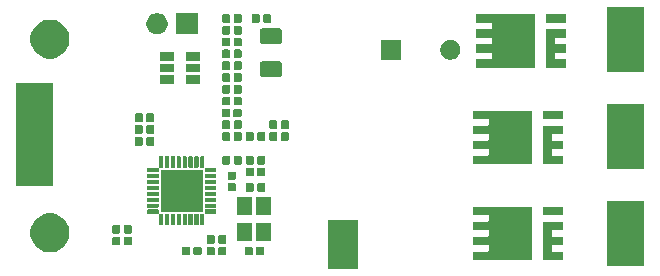
<source format=gts>
G04 #@! TF.GenerationSoftware,KiCad,Pcbnew,5.1.6*
G04 #@! TF.CreationDate,2020-08-22T22:11:44-04:00*
G04 #@! TF.ProjectId,bldc-controller,626c6463-2d63-46f6-9e74-726f6c6c6572,rev?*
G04 #@! TF.SameCoordinates,Original*
G04 #@! TF.FileFunction,Soldermask,Top*
G04 #@! TF.FilePolarity,Negative*
%FSLAX46Y46*%
G04 Gerber Fmt 4.6, Leading zero omitted, Abs format (unit mm)*
G04 Created by KiCad (PCBNEW 5.1.6) date 2020-08-22 22:11:44*
%MOMM*%
%LPD*%
G01*
G04 APERTURE LIST*
%ADD10C,0.100000*%
G04 APERTURE END LIST*
D10*
G36*
X54600800Y-122950800D02*
G01*
X51999200Y-122950800D01*
X51999200Y-118849200D01*
X54600800Y-118849200D01*
X54600800Y-122950800D01*
G37*
G36*
X78800800Y-122700800D02*
G01*
X75699200Y-122700800D01*
X75699200Y-117199200D01*
X78800800Y-117199200D01*
X78800800Y-122700800D01*
G37*
G36*
X69284300Y-122205800D02*
G01*
X64285200Y-122205800D01*
X64285200Y-121504200D01*
X65581901Y-121504200D01*
X65591811Y-121503224D01*
X65601341Y-121500333D01*
X65610123Y-121495639D01*
X65617821Y-121489321D01*
X65624139Y-121481623D01*
X65628833Y-121472841D01*
X65631724Y-121463311D01*
X65632700Y-121453401D01*
X65632700Y-120986599D01*
X65631724Y-120976689D01*
X65628833Y-120967159D01*
X65624139Y-120958377D01*
X65617821Y-120950679D01*
X65610123Y-120944361D01*
X65601341Y-120939667D01*
X65591811Y-120936776D01*
X65581901Y-120935800D01*
X64285200Y-120935800D01*
X64285200Y-120234200D01*
X65581901Y-120234200D01*
X65591811Y-120233224D01*
X65601341Y-120230333D01*
X65610123Y-120225639D01*
X65617821Y-120219321D01*
X65624139Y-120211623D01*
X65628833Y-120202841D01*
X65631724Y-120193311D01*
X65632700Y-120183401D01*
X65632700Y-119716599D01*
X65631724Y-119706689D01*
X65628833Y-119697159D01*
X65624139Y-119688377D01*
X65617821Y-119680679D01*
X65610123Y-119674361D01*
X65601341Y-119669667D01*
X65591811Y-119666776D01*
X65581901Y-119665800D01*
X64285200Y-119665800D01*
X64285200Y-118964200D01*
X65581901Y-118964200D01*
X65591811Y-118963224D01*
X65601341Y-118960333D01*
X65610123Y-118955639D01*
X65617821Y-118949321D01*
X65624139Y-118941623D01*
X65628833Y-118932841D01*
X65631724Y-118923311D01*
X65632700Y-118913401D01*
X65632700Y-118446599D01*
X65631724Y-118436689D01*
X65628833Y-118427159D01*
X65624139Y-118418377D01*
X65617821Y-118410679D01*
X65610123Y-118404361D01*
X65601341Y-118399667D01*
X65591811Y-118396776D01*
X65581901Y-118395800D01*
X64285200Y-118395800D01*
X64285200Y-117694200D01*
X69284300Y-117694200D01*
X69284300Y-122205800D01*
G37*
G36*
X71926800Y-119665800D02*
G01*
X71042599Y-119665800D01*
X71032689Y-119666776D01*
X71023159Y-119669667D01*
X71014377Y-119674361D01*
X71006679Y-119680679D01*
X71000361Y-119688377D01*
X70995667Y-119697159D01*
X70992776Y-119706689D01*
X70991800Y-119716599D01*
X70991800Y-120183401D01*
X70992776Y-120193311D01*
X70995667Y-120202841D01*
X71000361Y-120211623D01*
X71006679Y-120219321D01*
X71014377Y-120225639D01*
X71023159Y-120230333D01*
X71032689Y-120233224D01*
X71042599Y-120234200D01*
X71926800Y-120234200D01*
X71926800Y-120935800D01*
X71042599Y-120935800D01*
X71032689Y-120936776D01*
X71023159Y-120939667D01*
X71014377Y-120944361D01*
X71006679Y-120950679D01*
X71000361Y-120958377D01*
X70995667Y-120967159D01*
X70992776Y-120976689D01*
X70991800Y-120986599D01*
X70991800Y-121453401D01*
X70992776Y-121463311D01*
X70995667Y-121472841D01*
X71000361Y-121481623D01*
X71006679Y-121489321D01*
X71014377Y-121495639D01*
X71023159Y-121500333D01*
X71032689Y-121503224D01*
X71042599Y-121504200D01*
X71926800Y-121504200D01*
X71926800Y-122205800D01*
X70275200Y-122205800D01*
X70275200Y-118964200D01*
X71926800Y-118964200D01*
X71926800Y-119665800D01*
G37*
G36*
X42342027Y-121082275D02*
G01*
X42369650Y-121090654D01*
X42395113Y-121104264D01*
X42417425Y-121122575D01*
X42435736Y-121144887D01*
X42449346Y-121170350D01*
X42457725Y-121197973D01*
X42460800Y-121229191D01*
X42460800Y-121670809D01*
X42457725Y-121702027D01*
X42449346Y-121729650D01*
X42435736Y-121755113D01*
X42417425Y-121777425D01*
X42395113Y-121795736D01*
X42369650Y-121809346D01*
X42342027Y-121817725D01*
X42310809Y-121820800D01*
X41919191Y-121820800D01*
X41887973Y-121817725D01*
X41860350Y-121809346D01*
X41834887Y-121795736D01*
X41812575Y-121777425D01*
X41794264Y-121755113D01*
X41780654Y-121729650D01*
X41772275Y-121702027D01*
X41769200Y-121670809D01*
X41769200Y-121229191D01*
X41772275Y-121197973D01*
X41780654Y-121170350D01*
X41794264Y-121144887D01*
X41812575Y-121122575D01*
X41834887Y-121104264D01*
X41860350Y-121090654D01*
X41887973Y-121082275D01*
X41919191Y-121079200D01*
X42310809Y-121079200D01*
X42342027Y-121082275D01*
G37*
G36*
X41212027Y-121082275D02*
G01*
X41239650Y-121090654D01*
X41265113Y-121104264D01*
X41287425Y-121122575D01*
X41305736Y-121144887D01*
X41319346Y-121170350D01*
X41327725Y-121197973D01*
X41330800Y-121229191D01*
X41330800Y-121670809D01*
X41327725Y-121702027D01*
X41319346Y-121729650D01*
X41305736Y-121755113D01*
X41287425Y-121777425D01*
X41265113Y-121795736D01*
X41239650Y-121809346D01*
X41212027Y-121817725D01*
X41180809Y-121820800D01*
X40789191Y-121820800D01*
X40757973Y-121817725D01*
X40730350Y-121809346D01*
X40704887Y-121795736D01*
X40682575Y-121777425D01*
X40664264Y-121755113D01*
X40650654Y-121729650D01*
X40642275Y-121702027D01*
X40639200Y-121670809D01*
X40639200Y-121229191D01*
X40642275Y-121197973D01*
X40650654Y-121170350D01*
X40664264Y-121144887D01*
X40682575Y-121122575D01*
X40704887Y-121104264D01*
X40730350Y-121090654D01*
X40757973Y-121082275D01*
X40789191Y-121079200D01*
X41180809Y-121079200D01*
X41212027Y-121082275D01*
G37*
G36*
X40242027Y-121082275D02*
G01*
X40269650Y-121090654D01*
X40295113Y-121104264D01*
X40317425Y-121122575D01*
X40335736Y-121144887D01*
X40349346Y-121170350D01*
X40357725Y-121197973D01*
X40360800Y-121229191D01*
X40360800Y-121670809D01*
X40357725Y-121702027D01*
X40349346Y-121729650D01*
X40335736Y-121755113D01*
X40317425Y-121777425D01*
X40295113Y-121795736D01*
X40269650Y-121809346D01*
X40242027Y-121817725D01*
X40210809Y-121820800D01*
X39819191Y-121820800D01*
X39787973Y-121817725D01*
X39760350Y-121809346D01*
X39734887Y-121795736D01*
X39712575Y-121777425D01*
X39694264Y-121755113D01*
X39680654Y-121729650D01*
X39672275Y-121702027D01*
X39669200Y-121670809D01*
X39669200Y-121229191D01*
X39672275Y-121197973D01*
X39680654Y-121170350D01*
X39694264Y-121144887D01*
X39712575Y-121122575D01*
X39734887Y-121104264D01*
X39760350Y-121090654D01*
X39787973Y-121082275D01*
X39819191Y-121079200D01*
X40210809Y-121079200D01*
X40242027Y-121082275D01*
G37*
G36*
X45542027Y-121082275D02*
G01*
X45569650Y-121090654D01*
X45595113Y-121104264D01*
X45617425Y-121122575D01*
X45635736Y-121144887D01*
X45649346Y-121170350D01*
X45657725Y-121197973D01*
X45660800Y-121229191D01*
X45660800Y-121670809D01*
X45657725Y-121702027D01*
X45649346Y-121729650D01*
X45635736Y-121755113D01*
X45617425Y-121777425D01*
X45595113Y-121795736D01*
X45569650Y-121809346D01*
X45542027Y-121817725D01*
X45510809Y-121820800D01*
X45119191Y-121820800D01*
X45087973Y-121817725D01*
X45060350Y-121809346D01*
X45034887Y-121795736D01*
X45012575Y-121777425D01*
X44994264Y-121755113D01*
X44980654Y-121729650D01*
X44972275Y-121702027D01*
X44969200Y-121670809D01*
X44969200Y-121229191D01*
X44972275Y-121197973D01*
X44980654Y-121170350D01*
X44994264Y-121144887D01*
X45012575Y-121122575D01*
X45034887Y-121104264D01*
X45060350Y-121090654D01*
X45087973Y-121082275D01*
X45119191Y-121079200D01*
X45510809Y-121079200D01*
X45542027Y-121082275D01*
G37*
G36*
X46512027Y-121082275D02*
G01*
X46539650Y-121090654D01*
X46565113Y-121104264D01*
X46587425Y-121122575D01*
X46605736Y-121144887D01*
X46619346Y-121170350D01*
X46627725Y-121197973D01*
X46630800Y-121229191D01*
X46630800Y-121670809D01*
X46627725Y-121702027D01*
X46619346Y-121729650D01*
X46605736Y-121755113D01*
X46587425Y-121777425D01*
X46565113Y-121795736D01*
X46539650Y-121809346D01*
X46512027Y-121817725D01*
X46480809Y-121820800D01*
X46089191Y-121820800D01*
X46057973Y-121817725D01*
X46030350Y-121809346D01*
X46004887Y-121795736D01*
X45982575Y-121777425D01*
X45964264Y-121755113D01*
X45950654Y-121729650D01*
X45942275Y-121702027D01*
X45939200Y-121670809D01*
X45939200Y-121229191D01*
X45942275Y-121197973D01*
X45950654Y-121170350D01*
X45964264Y-121144887D01*
X45982575Y-121122575D01*
X46004887Y-121104264D01*
X46030350Y-121090654D01*
X46057973Y-121082275D01*
X46089191Y-121079200D01*
X46480809Y-121079200D01*
X46512027Y-121082275D01*
G37*
G36*
X43312027Y-121082275D02*
G01*
X43339650Y-121090654D01*
X43365113Y-121104264D01*
X43387425Y-121122575D01*
X43405736Y-121144887D01*
X43419346Y-121170350D01*
X43427725Y-121197973D01*
X43430800Y-121229191D01*
X43430800Y-121670809D01*
X43427725Y-121702027D01*
X43419346Y-121729650D01*
X43405736Y-121755113D01*
X43387425Y-121777425D01*
X43365113Y-121795736D01*
X43339650Y-121809346D01*
X43312027Y-121817725D01*
X43280809Y-121820800D01*
X42889191Y-121820800D01*
X42857973Y-121817725D01*
X42830350Y-121809346D01*
X42804887Y-121795736D01*
X42782575Y-121777425D01*
X42764264Y-121755113D01*
X42750654Y-121729650D01*
X42742275Y-121702027D01*
X42739200Y-121670809D01*
X42739200Y-121229191D01*
X42742275Y-121197973D01*
X42750654Y-121170350D01*
X42764264Y-121144887D01*
X42782575Y-121122575D01*
X42804887Y-121104264D01*
X42830350Y-121090654D01*
X42857973Y-121082275D01*
X42889191Y-121079200D01*
X43280809Y-121079200D01*
X43312027Y-121082275D01*
G37*
G36*
X28981521Y-118312639D02*
G01*
X29281947Y-118437080D01*
X29552324Y-118617740D01*
X29782260Y-118847676D01*
X29962920Y-119118053D01*
X30087361Y-119418479D01*
X30150800Y-119737410D01*
X30150800Y-120062590D01*
X30087361Y-120381521D01*
X29962920Y-120681947D01*
X29782260Y-120952324D01*
X29552324Y-121182260D01*
X29281947Y-121362920D01*
X28981521Y-121487361D01*
X28662590Y-121550800D01*
X28337410Y-121550800D01*
X28018479Y-121487361D01*
X27718053Y-121362920D01*
X27447676Y-121182260D01*
X27217740Y-120952324D01*
X27037080Y-120681947D01*
X26912639Y-120381521D01*
X26849200Y-120062590D01*
X26849200Y-119737410D01*
X26912639Y-119418479D01*
X27037080Y-119118053D01*
X27217740Y-118847676D01*
X27447676Y-118617740D01*
X27718053Y-118437080D01*
X28018479Y-118312639D01*
X28337410Y-118249200D01*
X28662590Y-118249200D01*
X28981521Y-118312639D01*
G37*
G36*
X34342027Y-120232275D02*
G01*
X34369650Y-120240654D01*
X34395113Y-120254264D01*
X34417425Y-120272575D01*
X34435736Y-120294887D01*
X34449346Y-120320350D01*
X34457725Y-120347973D01*
X34460800Y-120379191D01*
X34460800Y-120820809D01*
X34457725Y-120852027D01*
X34449346Y-120879650D01*
X34435736Y-120905113D01*
X34417425Y-120927425D01*
X34395113Y-120945736D01*
X34369650Y-120959346D01*
X34342027Y-120967725D01*
X34310809Y-120970800D01*
X33919191Y-120970800D01*
X33887973Y-120967725D01*
X33860350Y-120959346D01*
X33834887Y-120945736D01*
X33812575Y-120927425D01*
X33794264Y-120905113D01*
X33780654Y-120879650D01*
X33772275Y-120852027D01*
X33769200Y-120820809D01*
X33769200Y-120379191D01*
X33772275Y-120347973D01*
X33780654Y-120320350D01*
X33794264Y-120294887D01*
X33812575Y-120272575D01*
X33834887Y-120254264D01*
X33860350Y-120240654D01*
X33887973Y-120232275D01*
X33919191Y-120229200D01*
X34310809Y-120229200D01*
X34342027Y-120232275D01*
G37*
G36*
X35312027Y-120232275D02*
G01*
X35339650Y-120240654D01*
X35365113Y-120254264D01*
X35387425Y-120272575D01*
X35405736Y-120294887D01*
X35419346Y-120320350D01*
X35427725Y-120347973D01*
X35430800Y-120379191D01*
X35430800Y-120820809D01*
X35427725Y-120852027D01*
X35419346Y-120879650D01*
X35405736Y-120905113D01*
X35387425Y-120927425D01*
X35365113Y-120945736D01*
X35339650Y-120959346D01*
X35312027Y-120967725D01*
X35280809Y-120970800D01*
X34889191Y-120970800D01*
X34857973Y-120967725D01*
X34830350Y-120959346D01*
X34804887Y-120945736D01*
X34782575Y-120927425D01*
X34764264Y-120905113D01*
X34750654Y-120879650D01*
X34742275Y-120852027D01*
X34739200Y-120820809D01*
X34739200Y-120379191D01*
X34742275Y-120347973D01*
X34750654Y-120320350D01*
X34764264Y-120294887D01*
X34782575Y-120272575D01*
X34804887Y-120254264D01*
X34830350Y-120240654D01*
X34857973Y-120232275D01*
X34889191Y-120229200D01*
X35280809Y-120229200D01*
X35312027Y-120232275D01*
G37*
G36*
X42342027Y-120082275D02*
G01*
X42369650Y-120090654D01*
X42395113Y-120104264D01*
X42417425Y-120122575D01*
X42435736Y-120144887D01*
X42449346Y-120170350D01*
X42457725Y-120197973D01*
X42460800Y-120229191D01*
X42460800Y-120670809D01*
X42457725Y-120702027D01*
X42449346Y-120729650D01*
X42435736Y-120755113D01*
X42417425Y-120777425D01*
X42395113Y-120795736D01*
X42369650Y-120809346D01*
X42342027Y-120817725D01*
X42310809Y-120820800D01*
X41919191Y-120820800D01*
X41887973Y-120817725D01*
X41860350Y-120809346D01*
X41834887Y-120795736D01*
X41812575Y-120777425D01*
X41794264Y-120755113D01*
X41780654Y-120729650D01*
X41772275Y-120702027D01*
X41769200Y-120670809D01*
X41769200Y-120229191D01*
X41772275Y-120197973D01*
X41780654Y-120170350D01*
X41794264Y-120144887D01*
X41812575Y-120122575D01*
X41834887Y-120104264D01*
X41860350Y-120090654D01*
X41887973Y-120082275D01*
X41919191Y-120079200D01*
X42310809Y-120079200D01*
X42342027Y-120082275D01*
G37*
G36*
X43312027Y-120082275D02*
G01*
X43339650Y-120090654D01*
X43365113Y-120104264D01*
X43387425Y-120122575D01*
X43405736Y-120144887D01*
X43419346Y-120170350D01*
X43427725Y-120197973D01*
X43430800Y-120229191D01*
X43430800Y-120670809D01*
X43427725Y-120702027D01*
X43419346Y-120729650D01*
X43405736Y-120755113D01*
X43387425Y-120777425D01*
X43365113Y-120795736D01*
X43339650Y-120809346D01*
X43312027Y-120817725D01*
X43280809Y-120820800D01*
X42889191Y-120820800D01*
X42857973Y-120817725D01*
X42830350Y-120809346D01*
X42804887Y-120795736D01*
X42782575Y-120777425D01*
X42764264Y-120755113D01*
X42750654Y-120729650D01*
X42742275Y-120702027D01*
X42739200Y-120670809D01*
X42739200Y-120229191D01*
X42742275Y-120197973D01*
X42750654Y-120170350D01*
X42764264Y-120144887D01*
X42782575Y-120122575D01*
X42804887Y-120104264D01*
X42830350Y-120090654D01*
X42857973Y-120082275D01*
X42889191Y-120079200D01*
X43280809Y-120079200D01*
X43312027Y-120082275D01*
G37*
G36*
X45625800Y-120600800D02*
G01*
X44374200Y-120600800D01*
X44374200Y-119099200D01*
X45625800Y-119099200D01*
X45625800Y-120600800D01*
G37*
G36*
X47225800Y-120600800D02*
G01*
X45974200Y-120600800D01*
X45974200Y-119099200D01*
X47225800Y-119099200D01*
X47225800Y-120600800D01*
G37*
G36*
X35312027Y-119232275D02*
G01*
X35339650Y-119240654D01*
X35365113Y-119254264D01*
X35387425Y-119272575D01*
X35405736Y-119294887D01*
X35419346Y-119320350D01*
X35427725Y-119347973D01*
X35430800Y-119379191D01*
X35430800Y-119820809D01*
X35427725Y-119852027D01*
X35419346Y-119879650D01*
X35405736Y-119905113D01*
X35387425Y-119927425D01*
X35365113Y-119945736D01*
X35339650Y-119959346D01*
X35312027Y-119967725D01*
X35280809Y-119970800D01*
X34889191Y-119970800D01*
X34857973Y-119967725D01*
X34830350Y-119959346D01*
X34804887Y-119945736D01*
X34782575Y-119927425D01*
X34764264Y-119905113D01*
X34750654Y-119879650D01*
X34742275Y-119852027D01*
X34739200Y-119820809D01*
X34739200Y-119379191D01*
X34742275Y-119347973D01*
X34750654Y-119320350D01*
X34764264Y-119294887D01*
X34782575Y-119272575D01*
X34804887Y-119254264D01*
X34830350Y-119240654D01*
X34857973Y-119232275D01*
X34889191Y-119229200D01*
X35280809Y-119229200D01*
X35312027Y-119232275D01*
G37*
G36*
X34342027Y-119232275D02*
G01*
X34369650Y-119240654D01*
X34395113Y-119254264D01*
X34417425Y-119272575D01*
X34435736Y-119294887D01*
X34449346Y-119320350D01*
X34457725Y-119347973D01*
X34460800Y-119379191D01*
X34460800Y-119820809D01*
X34457725Y-119852027D01*
X34449346Y-119879650D01*
X34435736Y-119905113D01*
X34417425Y-119927425D01*
X34395113Y-119945736D01*
X34369650Y-119959346D01*
X34342027Y-119967725D01*
X34310809Y-119970800D01*
X33919191Y-119970800D01*
X33887973Y-119967725D01*
X33860350Y-119959346D01*
X33834887Y-119945736D01*
X33812575Y-119927425D01*
X33794264Y-119905113D01*
X33780654Y-119879650D01*
X33772275Y-119852027D01*
X33769200Y-119820809D01*
X33769200Y-119379191D01*
X33772275Y-119347973D01*
X33780654Y-119320350D01*
X33794264Y-119294887D01*
X33812575Y-119272575D01*
X33834887Y-119254264D01*
X33860350Y-119240654D01*
X33887973Y-119232275D01*
X33919191Y-119229200D01*
X34310809Y-119229200D01*
X34342027Y-119232275D01*
G37*
G36*
X38025444Y-118300641D02*
G01*
X38037124Y-118304184D01*
X38047886Y-118309937D01*
X38057320Y-118317680D01*
X38065063Y-118327114D01*
X38070816Y-118337876D01*
X38074359Y-118349556D01*
X38075800Y-118364191D01*
X38075800Y-119210809D01*
X38074359Y-119225444D01*
X38070816Y-119237124D01*
X38065063Y-119247886D01*
X38057320Y-119257320D01*
X38047886Y-119265063D01*
X38037124Y-119270816D01*
X38025444Y-119274359D01*
X38010809Y-119275800D01*
X37789191Y-119275800D01*
X37774556Y-119274359D01*
X37762876Y-119270816D01*
X37752114Y-119265063D01*
X37742680Y-119257320D01*
X37734937Y-119247886D01*
X37729184Y-119237124D01*
X37725641Y-119225444D01*
X37724200Y-119210809D01*
X37724200Y-118364191D01*
X37725641Y-118349556D01*
X37730381Y-118333932D01*
X37731060Y-118332291D01*
X37733001Y-118322523D01*
X37732999Y-118312565D01*
X37731864Y-118306864D01*
X37737585Y-118308001D01*
X37747543Y-118307999D01*
X37757310Y-118306055D01*
X37758953Y-118305374D01*
X37774556Y-118300641D01*
X37789191Y-118299200D01*
X38010809Y-118299200D01*
X38025444Y-118300641D01*
G37*
G36*
X41525444Y-118300641D02*
G01*
X41541068Y-118305381D01*
X41542709Y-118306060D01*
X41552477Y-118308001D01*
X41562435Y-118307999D01*
X41568136Y-118306864D01*
X41566999Y-118312585D01*
X41567001Y-118322543D01*
X41568945Y-118332310D01*
X41569626Y-118333953D01*
X41574359Y-118349556D01*
X41575800Y-118364191D01*
X41575800Y-119210809D01*
X41574359Y-119225444D01*
X41570816Y-119237124D01*
X41565063Y-119247886D01*
X41557320Y-119257320D01*
X41547886Y-119265063D01*
X41537124Y-119270816D01*
X41525444Y-119274359D01*
X41510809Y-119275800D01*
X41289191Y-119275800D01*
X41274556Y-119274359D01*
X41262876Y-119270816D01*
X41252114Y-119265063D01*
X41242680Y-119257320D01*
X41234937Y-119247886D01*
X41229184Y-119237124D01*
X41225641Y-119225444D01*
X41224200Y-119210809D01*
X41224200Y-118364191D01*
X41225641Y-118349556D01*
X41229184Y-118337876D01*
X41234937Y-118327114D01*
X41242680Y-118317680D01*
X41252114Y-118309937D01*
X41262876Y-118304184D01*
X41274556Y-118300641D01*
X41289191Y-118299200D01*
X41510809Y-118299200D01*
X41525444Y-118300641D01*
G37*
G36*
X41025444Y-118300641D02*
G01*
X41037124Y-118304184D01*
X41047886Y-118309937D01*
X41057320Y-118317680D01*
X41065063Y-118327114D01*
X41070816Y-118337876D01*
X41074359Y-118349556D01*
X41075800Y-118364191D01*
X41075800Y-119210809D01*
X41074359Y-119225444D01*
X41070816Y-119237124D01*
X41065063Y-119247886D01*
X41057320Y-119257320D01*
X41047886Y-119265063D01*
X41037124Y-119270816D01*
X41025444Y-119274359D01*
X41010809Y-119275800D01*
X40789191Y-119275800D01*
X40774556Y-119274359D01*
X40762876Y-119270816D01*
X40752114Y-119265063D01*
X40742680Y-119257320D01*
X40734937Y-119247886D01*
X40729184Y-119237124D01*
X40725641Y-119225444D01*
X40724200Y-119210809D01*
X40724200Y-118364191D01*
X40725641Y-118349556D01*
X40729184Y-118337876D01*
X40734937Y-118327114D01*
X40742680Y-118317680D01*
X40752114Y-118309937D01*
X40762876Y-118304184D01*
X40774556Y-118300641D01*
X40789191Y-118299200D01*
X41010809Y-118299200D01*
X41025444Y-118300641D01*
G37*
G36*
X40525444Y-118300641D02*
G01*
X40537124Y-118304184D01*
X40547886Y-118309937D01*
X40557320Y-118317680D01*
X40565063Y-118327114D01*
X40570816Y-118337876D01*
X40574359Y-118349556D01*
X40575800Y-118364191D01*
X40575800Y-119210809D01*
X40574359Y-119225444D01*
X40570816Y-119237124D01*
X40565063Y-119247886D01*
X40557320Y-119257320D01*
X40547886Y-119265063D01*
X40537124Y-119270816D01*
X40525444Y-119274359D01*
X40510809Y-119275800D01*
X40289191Y-119275800D01*
X40274556Y-119274359D01*
X40262876Y-119270816D01*
X40252114Y-119265063D01*
X40242680Y-119257320D01*
X40234937Y-119247886D01*
X40229184Y-119237124D01*
X40225641Y-119225444D01*
X40224200Y-119210809D01*
X40224200Y-118364191D01*
X40225641Y-118349556D01*
X40229184Y-118337876D01*
X40234937Y-118327114D01*
X40242680Y-118317680D01*
X40252114Y-118309937D01*
X40262876Y-118304184D01*
X40274556Y-118300641D01*
X40289191Y-118299200D01*
X40510809Y-118299200D01*
X40525444Y-118300641D01*
G37*
G36*
X40025444Y-118300641D02*
G01*
X40037124Y-118304184D01*
X40047886Y-118309937D01*
X40057320Y-118317680D01*
X40065063Y-118327114D01*
X40070816Y-118337876D01*
X40074359Y-118349556D01*
X40075800Y-118364191D01*
X40075800Y-119210809D01*
X40074359Y-119225444D01*
X40070816Y-119237124D01*
X40065063Y-119247886D01*
X40057320Y-119257320D01*
X40047886Y-119265063D01*
X40037124Y-119270816D01*
X40025444Y-119274359D01*
X40010809Y-119275800D01*
X39789191Y-119275800D01*
X39774556Y-119274359D01*
X39762876Y-119270816D01*
X39752114Y-119265063D01*
X39742680Y-119257320D01*
X39734937Y-119247886D01*
X39729184Y-119237124D01*
X39725641Y-119225444D01*
X39724200Y-119210809D01*
X39724200Y-118364191D01*
X39725641Y-118349556D01*
X39729184Y-118337876D01*
X39734937Y-118327114D01*
X39742680Y-118317680D01*
X39752114Y-118309937D01*
X39762876Y-118304184D01*
X39774556Y-118300641D01*
X39789191Y-118299200D01*
X40010809Y-118299200D01*
X40025444Y-118300641D01*
G37*
G36*
X39525444Y-118300641D02*
G01*
X39537124Y-118304184D01*
X39547886Y-118309937D01*
X39557320Y-118317680D01*
X39565063Y-118327114D01*
X39570816Y-118337876D01*
X39574359Y-118349556D01*
X39575800Y-118364191D01*
X39575800Y-119210809D01*
X39574359Y-119225444D01*
X39570816Y-119237124D01*
X39565063Y-119247886D01*
X39557320Y-119257320D01*
X39547886Y-119265063D01*
X39537124Y-119270816D01*
X39525444Y-119274359D01*
X39510809Y-119275800D01*
X39289191Y-119275800D01*
X39274556Y-119274359D01*
X39262876Y-119270816D01*
X39252114Y-119265063D01*
X39242680Y-119257320D01*
X39234937Y-119247886D01*
X39229184Y-119237124D01*
X39225641Y-119225444D01*
X39224200Y-119210809D01*
X39224200Y-118364191D01*
X39225641Y-118349556D01*
X39229184Y-118337876D01*
X39234937Y-118327114D01*
X39242680Y-118317680D01*
X39252114Y-118309937D01*
X39262876Y-118304184D01*
X39274556Y-118300641D01*
X39289191Y-118299200D01*
X39510809Y-118299200D01*
X39525444Y-118300641D01*
G37*
G36*
X39025444Y-118300641D02*
G01*
X39037124Y-118304184D01*
X39047886Y-118309937D01*
X39057320Y-118317680D01*
X39065063Y-118327114D01*
X39070816Y-118337876D01*
X39074359Y-118349556D01*
X39075800Y-118364191D01*
X39075800Y-119210809D01*
X39074359Y-119225444D01*
X39070816Y-119237124D01*
X39065063Y-119247886D01*
X39057320Y-119257320D01*
X39047886Y-119265063D01*
X39037124Y-119270816D01*
X39025444Y-119274359D01*
X39010809Y-119275800D01*
X38789191Y-119275800D01*
X38774556Y-119274359D01*
X38762876Y-119270816D01*
X38752114Y-119265063D01*
X38742680Y-119257320D01*
X38734937Y-119247886D01*
X38729184Y-119237124D01*
X38725641Y-119225444D01*
X38724200Y-119210809D01*
X38724200Y-118364191D01*
X38725641Y-118349556D01*
X38729184Y-118337876D01*
X38734937Y-118327114D01*
X38742680Y-118317680D01*
X38752114Y-118309937D01*
X38762876Y-118304184D01*
X38774556Y-118300641D01*
X38789191Y-118299200D01*
X39010809Y-118299200D01*
X39025444Y-118300641D01*
G37*
G36*
X38525444Y-118300641D02*
G01*
X38537124Y-118304184D01*
X38547886Y-118309937D01*
X38557320Y-118317680D01*
X38565063Y-118327114D01*
X38570816Y-118337876D01*
X38574359Y-118349556D01*
X38575800Y-118364191D01*
X38575800Y-119210809D01*
X38574359Y-119225444D01*
X38570816Y-119237124D01*
X38565063Y-119247886D01*
X38557320Y-119257320D01*
X38547886Y-119265063D01*
X38537124Y-119270816D01*
X38525444Y-119274359D01*
X38510809Y-119275800D01*
X38289191Y-119275800D01*
X38274556Y-119274359D01*
X38262876Y-119270816D01*
X38252114Y-119265063D01*
X38242680Y-119257320D01*
X38234937Y-119247886D01*
X38229184Y-119237124D01*
X38225641Y-119225444D01*
X38224200Y-119210809D01*
X38224200Y-118364191D01*
X38225641Y-118349556D01*
X38229184Y-118337876D01*
X38234937Y-118327114D01*
X38242680Y-118317680D01*
X38252114Y-118309937D01*
X38262876Y-118304184D01*
X38274556Y-118300641D01*
X38289191Y-118299200D01*
X38510809Y-118299200D01*
X38525444Y-118300641D01*
G37*
G36*
X45625800Y-118400800D02*
G01*
X44374200Y-118400800D01*
X44374200Y-116899200D01*
X45625800Y-116899200D01*
X45625800Y-118400800D01*
G37*
G36*
X47225800Y-118400800D02*
G01*
X45974200Y-118400800D01*
X45974200Y-116899200D01*
X47225800Y-116899200D01*
X47225800Y-118400800D01*
G37*
G36*
X71926800Y-118395800D02*
G01*
X70275200Y-118395800D01*
X70275200Y-117694200D01*
X71926800Y-117694200D01*
X71926800Y-118395800D01*
G37*
G36*
X42525444Y-117925641D02*
G01*
X42537124Y-117929184D01*
X42547886Y-117934937D01*
X42557320Y-117942680D01*
X42565063Y-117952114D01*
X42570816Y-117962876D01*
X42574359Y-117974556D01*
X42575800Y-117989191D01*
X42575800Y-118210809D01*
X42574359Y-118225444D01*
X42570816Y-118237124D01*
X42565063Y-118247886D01*
X42557320Y-118257320D01*
X42547886Y-118265063D01*
X42537124Y-118270816D01*
X42525444Y-118274359D01*
X42510809Y-118275800D01*
X41664191Y-118275800D01*
X41649556Y-118274359D01*
X41633932Y-118269619D01*
X41632291Y-118268940D01*
X41622523Y-118266999D01*
X41612565Y-118267001D01*
X41606864Y-118268136D01*
X41608001Y-118262415D01*
X41607999Y-118252457D01*
X41606055Y-118242690D01*
X41605374Y-118241047D01*
X41600641Y-118225444D01*
X41599200Y-118210809D01*
X41599200Y-117989191D01*
X41600641Y-117974556D01*
X41604184Y-117962876D01*
X41609937Y-117952114D01*
X41617680Y-117942680D01*
X41627114Y-117934937D01*
X41637876Y-117929184D01*
X41649556Y-117925641D01*
X41664191Y-117924200D01*
X42510809Y-117924200D01*
X42525444Y-117925641D01*
G37*
G36*
X37650444Y-117925641D02*
G01*
X37662124Y-117929184D01*
X37672886Y-117934937D01*
X37682320Y-117942680D01*
X37690063Y-117952114D01*
X37695816Y-117962876D01*
X37699359Y-117974556D01*
X37700800Y-117989191D01*
X37700800Y-118210809D01*
X37699359Y-118225444D01*
X37694619Y-118241068D01*
X37693940Y-118242709D01*
X37691999Y-118252477D01*
X37692001Y-118262435D01*
X37693136Y-118268136D01*
X37687415Y-118266999D01*
X37677457Y-118267001D01*
X37667690Y-118268945D01*
X37666047Y-118269626D01*
X37650444Y-118274359D01*
X37635809Y-118275800D01*
X36789191Y-118275800D01*
X36774556Y-118274359D01*
X36762876Y-118270816D01*
X36752114Y-118265063D01*
X36742680Y-118257320D01*
X36734937Y-118247886D01*
X36729184Y-118237124D01*
X36725641Y-118225444D01*
X36724200Y-118210809D01*
X36724200Y-117989191D01*
X36725641Y-117974556D01*
X36729184Y-117962876D01*
X36734937Y-117952114D01*
X36742680Y-117942680D01*
X36752114Y-117934937D01*
X36762876Y-117929184D01*
X36774556Y-117925641D01*
X36789191Y-117924200D01*
X37635809Y-117924200D01*
X37650444Y-117925641D01*
G37*
G36*
X41425800Y-118125800D02*
G01*
X37874200Y-118125800D01*
X37874200Y-114574200D01*
X41425800Y-114574200D01*
X41425800Y-118125800D01*
G37*
G36*
X42525444Y-117425641D02*
G01*
X42537124Y-117429184D01*
X42547886Y-117434937D01*
X42557320Y-117442680D01*
X42565063Y-117452114D01*
X42570816Y-117462876D01*
X42574359Y-117474556D01*
X42575800Y-117489191D01*
X42575800Y-117710809D01*
X42574359Y-117725444D01*
X42570816Y-117737124D01*
X42565063Y-117747886D01*
X42557320Y-117757320D01*
X42547886Y-117765063D01*
X42537124Y-117770816D01*
X42525444Y-117774359D01*
X42510809Y-117775800D01*
X41664191Y-117775800D01*
X41649556Y-117774359D01*
X41637876Y-117770816D01*
X41627114Y-117765063D01*
X41617680Y-117757320D01*
X41609937Y-117747886D01*
X41604184Y-117737124D01*
X41600641Y-117725444D01*
X41599200Y-117710809D01*
X41599200Y-117489191D01*
X41600641Y-117474556D01*
X41604184Y-117462876D01*
X41609937Y-117452114D01*
X41617680Y-117442680D01*
X41627114Y-117434937D01*
X41637876Y-117429184D01*
X41649556Y-117425641D01*
X41664191Y-117424200D01*
X42510809Y-117424200D01*
X42525444Y-117425641D01*
G37*
G36*
X37650444Y-117425641D02*
G01*
X37662124Y-117429184D01*
X37672886Y-117434937D01*
X37682320Y-117442680D01*
X37690063Y-117452114D01*
X37695816Y-117462876D01*
X37699359Y-117474556D01*
X37700800Y-117489191D01*
X37700800Y-117710809D01*
X37699359Y-117725444D01*
X37695816Y-117737124D01*
X37690063Y-117747886D01*
X37682320Y-117757320D01*
X37672886Y-117765063D01*
X37662124Y-117770816D01*
X37650444Y-117774359D01*
X37635809Y-117775800D01*
X36789191Y-117775800D01*
X36774556Y-117774359D01*
X36762876Y-117770816D01*
X36752114Y-117765063D01*
X36742680Y-117757320D01*
X36734937Y-117747886D01*
X36729184Y-117737124D01*
X36725641Y-117725444D01*
X36724200Y-117710809D01*
X36724200Y-117489191D01*
X36725641Y-117474556D01*
X36729184Y-117462876D01*
X36734937Y-117452114D01*
X36742680Y-117442680D01*
X36752114Y-117434937D01*
X36762876Y-117429184D01*
X36774556Y-117425641D01*
X36789191Y-117424200D01*
X37635809Y-117424200D01*
X37650444Y-117425641D01*
G37*
G36*
X37650444Y-116925641D02*
G01*
X37662124Y-116929184D01*
X37672886Y-116934937D01*
X37682320Y-116942680D01*
X37690063Y-116952114D01*
X37695816Y-116962876D01*
X37699359Y-116974556D01*
X37700800Y-116989191D01*
X37700800Y-117210809D01*
X37699359Y-117225444D01*
X37695816Y-117237124D01*
X37690063Y-117247886D01*
X37682320Y-117257320D01*
X37672886Y-117265063D01*
X37662124Y-117270816D01*
X37650444Y-117274359D01*
X37635809Y-117275800D01*
X36789191Y-117275800D01*
X36774556Y-117274359D01*
X36762876Y-117270816D01*
X36752114Y-117265063D01*
X36742680Y-117257320D01*
X36734937Y-117247886D01*
X36729184Y-117237124D01*
X36725641Y-117225444D01*
X36724200Y-117210809D01*
X36724200Y-116989191D01*
X36725641Y-116974556D01*
X36729184Y-116962876D01*
X36734937Y-116952114D01*
X36742680Y-116942680D01*
X36752114Y-116934937D01*
X36762876Y-116929184D01*
X36774556Y-116925641D01*
X36789191Y-116924200D01*
X37635809Y-116924200D01*
X37650444Y-116925641D01*
G37*
G36*
X42525444Y-116925641D02*
G01*
X42537124Y-116929184D01*
X42547886Y-116934937D01*
X42557320Y-116942680D01*
X42565063Y-116952114D01*
X42570816Y-116962876D01*
X42574359Y-116974556D01*
X42575800Y-116989191D01*
X42575800Y-117210809D01*
X42574359Y-117225444D01*
X42570816Y-117237124D01*
X42565063Y-117247886D01*
X42557320Y-117257320D01*
X42547886Y-117265063D01*
X42537124Y-117270816D01*
X42525444Y-117274359D01*
X42510809Y-117275800D01*
X41664191Y-117275800D01*
X41649556Y-117274359D01*
X41637876Y-117270816D01*
X41627114Y-117265063D01*
X41617680Y-117257320D01*
X41609937Y-117247886D01*
X41604184Y-117237124D01*
X41600641Y-117225444D01*
X41599200Y-117210809D01*
X41599200Y-116989191D01*
X41600641Y-116974556D01*
X41604184Y-116962876D01*
X41609937Y-116952114D01*
X41617680Y-116942680D01*
X41627114Y-116934937D01*
X41637876Y-116929184D01*
X41649556Y-116925641D01*
X41664191Y-116924200D01*
X42510809Y-116924200D01*
X42525444Y-116925641D01*
G37*
G36*
X42525444Y-116425641D02*
G01*
X42537124Y-116429184D01*
X42547886Y-116434937D01*
X42557320Y-116442680D01*
X42565063Y-116452114D01*
X42570816Y-116462876D01*
X42574359Y-116474556D01*
X42575800Y-116489191D01*
X42575800Y-116710809D01*
X42574359Y-116725444D01*
X42570816Y-116737124D01*
X42565063Y-116747886D01*
X42557320Y-116757320D01*
X42547886Y-116765063D01*
X42537124Y-116770816D01*
X42525444Y-116774359D01*
X42510809Y-116775800D01*
X41664191Y-116775800D01*
X41649556Y-116774359D01*
X41637876Y-116770816D01*
X41627114Y-116765063D01*
X41617680Y-116757320D01*
X41609937Y-116747886D01*
X41604184Y-116737124D01*
X41600641Y-116725444D01*
X41599200Y-116710809D01*
X41599200Y-116489191D01*
X41600641Y-116474556D01*
X41604184Y-116462876D01*
X41609937Y-116452114D01*
X41617680Y-116442680D01*
X41627114Y-116434937D01*
X41637876Y-116429184D01*
X41649556Y-116425641D01*
X41664191Y-116424200D01*
X42510809Y-116424200D01*
X42525444Y-116425641D01*
G37*
G36*
X37650444Y-116425641D02*
G01*
X37662124Y-116429184D01*
X37672886Y-116434937D01*
X37682320Y-116442680D01*
X37690063Y-116452114D01*
X37695816Y-116462876D01*
X37699359Y-116474556D01*
X37700800Y-116489191D01*
X37700800Y-116710809D01*
X37699359Y-116725444D01*
X37695816Y-116737124D01*
X37690063Y-116747886D01*
X37682320Y-116757320D01*
X37672886Y-116765063D01*
X37662124Y-116770816D01*
X37650444Y-116774359D01*
X37635809Y-116775800D01*
X36789191Y-116775800D01*
X36774556Y-116774359D01*
X36762876Y-116770816D01*
X36752114Y-116765063D01*
X36742680Y-116757320D01*
X36734937Y-116747886D01*
X36729184Y-116737124D01*
X36725641Y-116725444D01*
X36724200Y-116710809D01*
X36724200Y-116489191D01*
X36725641Y-116474556D01*
X36729184Y-116462876D01*
X36734937Y-116452114D01*
X36742680Y-116442680D01*
X36752114Y-116434937D01*
X36762876Y-116429184D01*
X36774556Y-116425641D01*
X36789191Y-116424200D01*
X37635809Y-116424200D01*
X37650444Y-116425641D01*
G37*
G36*
X46612027Y-115682275D02*
G01*
X46639650Y-115690654D01*
X46665113Y-115704264D01*
X46687425Y-115722575D01*
X46705736Y-115744887D01*
X46719346Y-115770350D01*
X46727725Y-115797973D01*
X46730800Y-115829191D01*
X46730800Y-116270809D01*
X46727725Y-116302027D01*
X46719346Y-116329650D01*
X46705736Y-116355113D01*
X46687425Y-116377425D01*
X46665113Y-116395736D01*
X46639650Y-116409346D01*
X46612027Y-116417725D01*
X46580809Y-116420800D01*
X46189191Y-116420800D01*
X46157973Y-116417725D01*
X46130350Y-116409346D01*
X46104887Y-116395736D01*
X46082575Y-116377425D01*
X46064264Y-116355113D01*
X46050654Y-116329650D01*
X46042275Y-116302027D01*
X46039200Y-116270809D01*
X46039200Y-115829191D01*
X46042275Y-115797973D01*
X46050654Y-115770350D01*
X46064264Y-115744887D01*
X46082575Y-115722575D01*
X46104887Y-115704264D01*
X46130350Y-115690654D01*
X46157973Y-115682275D01*
X46189191Y-115679200D01*
X46580809Y-115679200D01*
X46612027Y-115682275D01*
G37*
G36*
X45642027Y-115682275D02*
G01*
X45669650Y-115690654D01*
X45695113Y-115704264D01*
X45717425Y-115722575D01*
X45735736Y-115744887D01*
X45749346Y-115770350D01*
X45757725Y-115797973D01*
X45760800Y-115829191D01*
X45760800Y-116270809D01*
X45757725Y-116302027D01*
X45749346Y-116329650D01*
X45735736Y-116355113D01*
X45717425Y-116377425D01*
X45695113Y-116395736D01*
X45669650Y-116409346D01*
X45642027Y-116417725D01*
X45610809Y-116420800D01*
X45219191Y-116420800D01*
X45187973Y-116417725D01*
X45160350Y-116409346D01*
X45134887Y-116395736D01*
X45112575Y-116377425D01*
X45094264Y-116355113D01*
X45080654Y-116329650D01*
X45072275Y-116302027D01*
X45069200Y-116270809D01*
X45069200Y-115829191D01*
X45072275Y-115797973D01*
X45080654Y-115770350D01*
X45094264Y-115744887D01*
X45112575Y-115722575D01*
X45134887Y-115704264D01*
X45160350Y-115690654D01*
X45187973Y-115682275D01*
X45219191Y-115679200D01*
X45610809Y-115679200D01*
X45642027Y-115682275D01*
G37*
G36*
X44152027Y-115692275D02*
G01*
X44179650Y-115700654D01*
X44205113Y-115714264D01*
X44227425Y-115732575D01*
X44245736Y-115754887D01*
X44259346Y-115780350D01*
X44267725Y-115807973D01*
X44270800Y-115839191D01*
X44270800Y-116230809D01*
X44267725Y-116262027D01*
X44259346Y-116289650D01*
X44245736Y-116315113D01*
X44227425Y-116337425D01*
X44205113Y-116355736D01*
X44179650Y-116369346D01*
X44152027Y-116377725D01*
X44120809Y-116380800D01*
X43679191Y-116380800D01*
X43647973Y-116377725D01*
X43620350Y-116369346D01*
X43594887Y-116355736D01*
X43572575Y-116337425D01*
X43554264Y-116315113D01*
X43540654Y-116289650D01*
X43532275Y-116262027D01*
X43529200Y-116230809D01*
X43529200Y-115839191D01*
X43532275Y-115807973D01*
X43540654Y-115780350D01*
X43554264Y-115754887D01*
X43572575Y-115732575D01*
X43594887Y-115714264D01*
X43620350Y-115700654D01*
X43647973Y-115692275D01*
X43679191Y-115689200D01*
X44120809Y-115689200D01*
X44152027Y-115692275D01*
G37*
G36*
X37650444Y-115925641D02*
G01*
X37662124Y-115929184D01*
X37672886Y-115934937D01*
X37682320Y-115942680D01*
X37690063Y-115952114D01*
X37695816Y-115962876D01*
X37699359Y-115974556D01*
X37700800Y-115989191D01*
X37700800Y-116210809D01*
X37699359Y-116225444D01*
X37695816Y-116237124D01*
X37690063Y-116247886D01*
X37682320Y-116257320D01*
X37672886Y-116265063D01*
X37662124Y-116270816D01*
X37650444Y-116274359D01*
X37635809Y-116275800D01*
X36789191Y-116275800D01*
X36774556Y-116274359D01*
X36762876Y-116270816D01*
X36752114Y-116265063D01*
X36742680Y-116257320D01*
X36734937Y-116247886D01*
X36729184Y-116237124D01*
X36725641Y-116225444D01*
X36724200Y-116210809D01*
X36724200Y-115989191D01*
X36725641Y-115974556D01*
X36729184Y-115962876D01*
X36734937Y-115952114D01*
X36742680Y-115942680D01*
X36752114Y-115934937D01*
X36762876Y-115929184D01*
X36774556Y-115925641D01*
X36789191Y-115924200D01*
X37635809Y-115924200D01*
X37650444Y-115925641D01*
G37*
G36*
X42525444Y-115925641D02*
G01*
X42537124Y-115929184D01*
X42547886Y-115934937D01*
X42557320Y-115942680D01*
X42565063Y-115952114D01*
X42570816Y-115962876D01*
X42574359Y-115974556D01*
X42575800Y-115989191D01*
X42575800Y-116210809D01*
X42574359Y-116225444D01*
X42570816Y-116237124D01*
X42565063Y-116247886D01*
X42557320Y-116257320D01*
X42547886Y-116265063D01*
X42537124Y-116270816D01*
X42525444Y-116274359D01*
X42510809Y-116275800D01*
X41664191Y-116275800D01*
X41649556Y-116274359D01*
X41637876Y-116270816D01*
X41627114Y-116265063D01*
X41617680Y-116257320D01*
X41609937Y-116247886D01*
X41604184Y-116237124D01*
X41600641Y-116225444D01*
X41599200Y-116210809D01*
X41599200Y-115989191D01*
X41600641Y-115974556D01*
X41604184Y-115962876D01*
X41609937Y-115952114D01*
X41617680Y-115942680D01*
X41627114Y-115934937D01*
X41637876Y-115929184D01*
X41649556Y-115925641D01*
X41664191Y-115924200D01*
X42510809Y-115924200D01*
X42525444Y-115925641D01*
G37*
G36*
X28750800Y-115950800D02*
G01*
X25649200Y-115950800D01*
X25649200Y-107249200D01*
X28750800Y-107249200D01*
X28750800Y-115950800D01*
G37*
G36*
X42525444Y-115425641D02*
G01*
X42537124Y-115429184D01*
X42547886Y-115434937D01*
X42557320Y-115442680D01*
X42565063Y-115452114D01*
X42570816Y-115462876D01*
X42574359Y-115474556D01*
X42575800Y-115489191D01*
X42575800Y-115710809D01*
X42574359Y-115725444D01*
X42570816Y-115737124D01*
X42565063Y-115747886D01*
X42557320Y-115757320D01*
X42547886Y-115765063D01*
X42537124Y-115770816D01*
X42525444Y-115774359D01*
X42510809Y-115775800D01*
X41664191Y-115775800D01*
X41649556Y-115774359D01*
X41637876Y-115770816D01*
X41627114Y-115765063D01*
X41617680Y-115757320D01*
X41609937Y-115747886D01*
X41604184Y-115737124D01*
X41600641Y-115725444D01*
X41599200Y-115710809D01*
X41599200Y-115489191D01*
X41600641Y-115474556D01*
X41604184Y-115462876D01*
X41609937Y-115452114D01*
X41617680Y-115442680D01*
X41627114Y-115434937D01*
X41637876Y-115429184D01*
X41649556Y-115425641D01*
X41664191Y-115424200D01*
X42510809Y-115424200D01*
X42525444Y-115425641D01*
G37*
G36*
X37650444Y-115425641D02*
G01*
X37662124Y-115429184D01*
X37672886Y-115434937D01*
X37682320Y-115442680D01*
X37690063Y-115452114D01*
X37695816Y-115462876D01*
X37699359Y-115474556D01*
X37700800Y-115489191D01*
X37700800Y-115710809D01*
X37699359Y-115725444D01*
X37695816Y-115737124D01*
X37690063Y-115747886D01*
X37682320Y-115757320D01*
X37672886Y-115765063D01*
X37662124Y-115770816D01*
X37650444Y-115774359D01*
X37635809Y-115775800D01*
X36789191Y-115775800D01*
X36774556Y-115774359D01*
X36762876Y-115770816D01*
X36752114Y-115765063D01*
X36742680Y-115757320D01*
X36734937Y-115747886D01*
X36729184Y-115737124D01*
X36725641Y-115725444D01*
X36724200Y-115710809D01*
X36724200Y-115489191D01*
X36725641Y-115474556D01*
X36729184Y-115462876D01*
X36734937Y-115452114D01*
X36742680Y-115442680D01*
X36752114Y-115434937D01*
X36762876Y-115429184D01*
X36774556Y-115425641D01*
X36789191Y-115424200D01*
X37635809Y-115424200D01*
X37650444Y-115425641D01*
G37*
G36*
X44152027Y-114722275D02*
G01*
X44179650Y-114730654D01*
X44205113Y-114744264D01*
X44227425Y-114762575D01*
X44245736Y-114784887D01*
X44259346Y-114810350D01*
X44267725Y-114837973D01*
X44270800Y-114869191D01*
X44270800Y-115260809D01*
X44267725Y-115292027D01*
X44259346Y-115319650D01*
X44245736Y-115345113D01*
X44227425Y-115367425D01*
X44205113Y-115385736D01*
X44179650Y-115399346D01*
X44152027Y-115407725D01*
X44120809Y-115410800D01*
X43679191Y-115410800D01*
X43647973Y-115407725D01*
X43620350Y-115399346D01*
X43594887Y-115385736D01*
X43572575Y-115367425D01*
X43554264Y-115345113D01*
X43540654Y-115319650D01*
X43532275Y-115292027D01*
X43529200Y-115260809D01*
X43529200Y-114869191D01*
X43532275Y-114837973D01*
X43540654Y-114810350D01*
X43554264Y-114784887D01*
X43572575Y-114762575D01*
X43594887Y-114744264D01*
X43620350Y-114730654D01*
X43647973Y-114722275D01*
X43679191Y-114719200D01*
X44120809Y-114719200D01*
X44152027Y-114722275D01*
G37*
G36*
X42525444Y-114925641D02*
G01*
X42537124Y-114929184D01*
X42547886Y-114934937D01*
X42557320Y-114942680D01*
X42565063Y-114952114D01*
X42570816Y-114962876D01*
X42574359Y-114974556D01*
X42575800Y-114989191D01*
X42575800Y-115210809D01*
X42574359Y-115225444D01*
X42570816Y-115237124D01*
X42565063Y-115247886D01*
X42557320Y-115257320D01*
X42547886Y-115265063D01*
X42537124Y-115270816D01*
X42525444Y-115274359D01*
X42510809Y-115275800D01*
X41664191Y-115275800D01*
X41649556Y-115274359D01*
X41637876Y-115270816D01*
X41627114Y-115265063D01*
X41617680Y-115257320D01*
X41609937Y-115247886D01*
X41604184Y-115237124D01*
X41600641Y-115225444D01*
X41599200Y-115210809D01*
X41599200Y-114989191D01*
X41600641Y-114974556D01*
X41604184Y-114962876D01*
X41609937Y-114952114D01*
X41617680Y-114942680D01*
X41627114Y-114934937D01*
X41637876Y-114929184D01*
X41649556Y-114925641D01*
X41664191Y-114924200D01*
X42510809Y-114924200D01*
X42525444Y-114925641D01*
G37*
G36*
X37650444Y-114925641D02*
G01*
X37662124Y-114929184D01*
X37672886Y-114934937D01*
X37682320Y-114942680D01*
X37690063Y-114952114D01*
X37695816Y-114962876D01*
X37699359Y-114974556D01*
X37700800Y-114989191D01*
X37700800Y-115210809D01*
X37699359Y-115225444D01*
X37695816Y-115237124D01*
X37690063Y-115247886D01*
X37682320Y-115257320D01*
X37672886Y-115265063D01*
X37662124Y-115270816D01*
X37650444Y-115274359D01*
X37635809Y-115275800D01*
X36789191Y-115275800D01*
X36774556Y-115274359D01*
X36762876Y-115270816D01*
X36752114Y-115265063D01*
X36742680Y-115257320D01*
X36734937Y-115247886D01*
X36729184Y-115237124D01*
X36725641Y-115225444D01*
X36724200Y-115210809D01*
X36724200Y-114989191D01*
X36725641Y-114974556D01*
X36729184Y-114962876D01*
X36734937Y-114952114D01*
X36742680Y-114942680D01*
X36752114Y-114934937D01*
X36762876Y-114929184D01*
X36774556Y-114925641D01*
X36789191Y-114924200D01*
X37635809Y-114924200D01*
X37650444Y-114925641D01*
G37*
G36*
X46612027Y-114382275D02*
G01*
X46639650Y-114390654D01*
X46665113Y-114404264D01*
X46687425Y-114422575D01*
X46705736Y-114444887D01*
X46719346Y-114470350D01*
X46727725Y-114497973D01*
X46730800Y-114529191D01*
X46730800Y-114970809D01*
X46727725Y-115002027D01*
X46719346Y-115029650D01*
X46705736Y-115055113D01*
X46687425Y-115077425D01*
X46665113Y-115095736D01*
X46639650Y-115109346D01*
X46612027Y-115117725D01*
X46580809Y-115120800D01*
X46189191Y-115120800D01*
X46157973Y-115117725D01*
X46130350Y-115109346D01*
X46104887Y-115095736D01*
X46082575Y-115077425D01*
X46064264Y-115055113D01*
X46050654Y-115029650D01*
X46042275Y-115002027D01*
X46039200Y-114970809D01*
X46039200Y-114529191D01*
X46042275Y-114497973D01*
X46050654Y-114470350D01*
X46064264Y-114444887D01*
X46082575Y-114422575D01*
X46104887Y-114404264D01*
X46130350Y-114390654D01*
X46157973Y-114382275D01*
X46189191Y-114379200D01*
X46580809Y-114379200D01*
X46612027Y-114382275D01*
G37*
G36*
X45642027Y-114382275D02*
G01*
X45669650Y-114390654D01*
X45695113Y-114404264D01*
X45717425Y-114422575D01*
X45735736Y-114444887D01*
X45749346Y-114470350D01*
X45757725Y-114497973D01*
X45760800Y-114529191D01*
X45760800Y-114970809D01*
X45757725Y-115002027D01*
X45749346Y-115029650D01*
X45735736Y-115055113D01*
X45717425Y-115077425D01*
X45695113Y-115095736D01*
X45669650Y-115109346D01*
X45642027Y-115117725D01*
X45610809Y-115120800D01*
X45219191Y-115120800D01*
X45187973Y-115117725D01*
X45160350Y-115109346D01*
X45134887Y-115095736D01*
X45112575Y-115077425D01*
X45094264Y-115055113D01*
X45080654Y-115029650D01*
X45072275Y-115002027D01*
X45069200Y-114970809D01*
X45069200Y-114529191D01*
X45072275Y-114497973D01*
X45080654Y-114470350D01*
X45094264Y-114444887D01*
X45112575Y-114422575D01*
X45134887Y-114404264D01*
X45160350Y-114390654D01*
X45187973Y-114382275D01*
X45219191Y-114379200D01*
X45610809Y-114379200D01*
X45642027Y-114382275D01*
G37*
G36*
X42525444Y-114425641D02*
G01*
X42537124Y-114429184D01*
X42547886Y-114434937D01*
X42557320Y-114442680D01*
X42565063Y-114452114D01*
X42570816Y-114462876D01*
X42574359Y-114474556D01*
X42575800Y-114489191D01*
X42575800Y-114710809D01*
X42574359Y-114725444D01*
X42570816Y-114737124D01*
X42565063Y-114747886D01*
X42557320Y-114757320D01*
X42547886Y-114765063D01*
X42537124Y-114770816D01*
X42525444Y-114774359D01*
X42510809Y-114775800D01*
X41664191Y-114775800D01*
X41649556Y-114774359D01*
X41637876Y-114770816D01*
X41627114Y-114765063D01*
X41617680Y-114757320D01*
X41609937Y-114747886D01*
X41604184Y-114737124D01*
X41600641Y-114725444D01*
X41599200Y-114710809D01*
X41599200Y-114489191D01*
X41600641Y-114474556D01*
X41605381Y-114458932D01*
X41606060Y-114457291D01*
X41608001Y-114447523D01*
X41607999Y-114437565D01*
X41606864Y-114431864D01*
X41612585Y-114433001D01*
X41622543Y-114432999D01*
X41632310Y-114431055D01*
X41633953Y-114430374D01*
X41649556Y-114425641D01*
X41664191Y-114424200D01*
X42510809Y-114424200D01*
X42525444Y-114425641D01*
G37*
G36*
X37650444Y-114425641D02*
G01*
X37666068Y-114430381D01*
X37667709Y-114431060D01*
X37677477Y-114433001D01*
X37687435Y-114432999D01*
X37693136Y-114431864D01*
X37691999Y-114437585D01*
X37692001Y-114447543D01*
X37693945Y-114457310D01*
X37694626Y-114458953D01*
X37699359Y-114474556D01*
X37700800Y-114489191D01*
X37700800Y-114710809D01*
X37699359Y-114725444D01*
X37695816Y-114737124D01*
X37690063Y-114747886D01*
X37682320Y-114757320D01*
X37672886Y-114765063D01*
X37662124Y-114770816D01*
X37650444Y-114774359D01*
X37635809Y-114775800D01*
X36789191Y-114775800D01*
X36774556Y-114774359D01*
X36762876Y-114770816D01*
X36752114Y-114765063D01*
X36742680Y-114757320D01*
X36734937Y-114747886D01*
X36729184Y-114737124D01*
X36725641Y-114725444D01*
X36724200Y-114710809D01*
X36724200Y-114489191D01*
X36725641Y-114474556D01*
X36729184Y-114462876D01*
X36734937Y-114452114D01*
X36742680Y-114442680D01*
X36752114Y-114434937D01*
X36762876Y-114429184D01*
X36774556Y-114425641D01*
X36789191Y-114424200D01*
X37635809Y-114424200D01*
X37650444Y-114425641D01*
G37*
G36*
X78800800Y-114500800D02*
G01*
X75699200Y-114500800D01*
X75699200Y-108999200D01*
X78800800Y-108999200D01*
X78800800Y-114500800D01*
G37*
G36*
X38025444Y-113425641D02*
G01*
X38037124Y-113429184D01*
X38047886Y-113434937D01*
X38057320Y-113442680D01*
X38065063Y-113452114D01*
X38070816Y-113462876D01*
X38074359Y-113474556D01*
X38075800Y-113489191D01*
X38075800Y-114335809D01*
X38074359Y-114350444D01*
X38070816Y-114362124D01*
X38065063Y-114372886D01*
X38057320Y-114382320D01*
X38047886Y-114390063D01*
X38037124Y-114395816D01*
X38025444Y-114399359D01*
X38010809Y-114400800D01*
X37789191Y-114400800D01*
X37774556Y-114399359D01*
X37758932Y-114394619D01*
X37757291Y-114393940D01*
X37747523Y-114391999D01*
X37737565Y-114392001D01*
X37731864Y-114393136D01*
X37733001Y-114387415D01*
X37732999Y-114377457D01*
X37731055Y-114367690D01*
X37730374Y-114366047D01*
X37725641Y-114350444D01*
X37724200Y-114335809D01*
X37724200Y-113489191D01*
X37725641Y-113474556D01*
X37729184Y-113462876D01*
X37734937Y-113452114D01*
X37742680Y-113442680D01*
X37752114Y-113434937D01*
X37762876Y-113429184D01*
X37774556Y-113425641D01*
X37789191Y-113424200D01*
X38010809Y-113424200D01*
X38025444Y-113425641D01*
G37*
G36*
X39025444Y-113425641D02*
G01*
X39037124Y-113429184D01*
X39047886Y-113434937D01*
X39057320Y-113442680D01*
X39065063Y-113452114D01*
X39070816Y-113462876D01*
X39074359Y-113474556D01*
X39075800Y-113489191D01*
X39075800Y-114335809D01*
X39074359Y-114350444D01*
X39070816Y-114362124D01*
X39065063Y-114372886D01*
X39057320Y-114382320D01*
X39047886Y-114390063D01*
X39037124Y-114395816D01*
X39025444Y-114399359D01*
X39010809Y-114400800D01*
X38789191Y-114400800D01*
X38774556Y-114399359D01*
X38762876Y-114395816D01*
X38752114Y-114390063D01*
X38742680Y-114382320D01*
X38734937Y-114372886D01*
X38729184Y-114362124D01*
X38725641Y-114350444D01*
X38724200Y-114335809D01*
X38724200Y-113489191D01*
X38725641Y-113474556D01*
X38729184Y-113462876D01*
X38734937Y-113452114D01*
X38742680Y-113442680D01*
X38752114Y-113434937D01*
X38762876Y-113429184D01*
X38774556Y-113425641D01*
X38789191Y-113424200D01*
X39010809Y-113424200D01*
X39025444Y-113425641D01*
G37*
G36*
X39525444Y-113425641D02*
G01*
X39537124Y-113429184D01*
X39547886Y-113434937D01*
X39557320Y-113442680D01*
X39565063Y-113452114D01*
X39570816Y-113462876D01*
X39574359Y-113474556D01*
X39575800Y-113489191D01*
X39575800Y-114335809D01*
X39574359Y-114350444D01*
X39570816Y-114362124D01*
X39565063Y-114372886D01*
X39557320Y-114382320D01*
X39547886Y-114390063D01*
X39537124Y-114395816D01*
X39525444Y-114399359D01*
X39510809Y-114400800D01*
X39289191Y-114400800D01*
X39274556Y-114399359D01*
X39262876Y-114395816D01*
X39252114Y-114390063D01*
X39242680Y-114382320D01*
X39234937Y-114372886D01*
X39229184Y-114362124D01*
X39225641Y-114350444D01*
X39224200Y-114335809D01*
X39224200Y-113489191D01*
X39225641Y-113474556D01*
X39229184Y-113462876D01*
X39234937Y-113452114D01*
X39242680Y-113442680D01*
X39252114Y-113434937D01*
X39262876Y-113429184D01*
X39274556Y-113425641D01*
X39289191Y-113424200D01*
X39510809Y-113424200D01*
X39525444Y-113425641D01*
G37*
G36*
X40025444Y-113425641D02*
G01*
X40037124Y-113429184D01*
X40047886Y-113434937D01*
X40057320Y-113442680D01*
X40065063Y-113452114D01*
X40070816Y-113462876D01*
X40074359Y-113474556D01*
X40075800Y-113489191D01*
X40075800Y-114335809D01*
X40074359Y-114350444D01*
X40070816Y-114362124D01*
X40065063Y-114372886D01*
X40057320Y-114382320D01*
X40047886Y-114390063D01*
X40037124Y-114395816D01*
X40025444Y-114399359D01*
X40010809Y-114400800D01*
X39789191Y-114400800D01*
X39774556Y-114399359D01*
X39762876Y-114395816D01*
X39752114Y-114390063D01*
X39742680Y-114382320D01*
X39734937Y-114372886D01*
X39729184Y-114362124D01*
X39725641Y-114350444D01*
X39724200Y-114335809D01*
X39724200Y-113489191D01*
X39725641Y-113474556D01*
X39729184Y-113462876D01*
X39734937Y-113452114D01*
X39742680Y-113442680D01*
X39752114Y-113434937D01*
X39762876Y-113429184D01*
X39774556Y-113425641D01*
X39789191Y-113424200D01*
X40010809Y-113424200D01*
X40025444Y-113425641D01*
G37*
G36*
X40525444Y-113425641D02*
G01*
X40537124Y-113429184D01*
X40547886Y-113434937D01*
X40557320Y-113442680D01*
X40565063Y-113452114D01*
X40570816Y-113462876D01*
X40574359Y-113474556D01*
X40575800Y-113489191D01*
X40575800Y-114335809D01*
X40574359Y-114350444D01*
X40570816Y-114362124D01*
X40565063Y-114372886D01*
X40557320Y-114382320D01*
X40547886Y-114390063D01*
X40537124Y-114395816D01*
X40525444Y-114399359D01*
X40510809Y-114400800D01*
X40289191Y-114400800D01*
X40274556Y-114399359D01*
X40262876Y-114395816D01*
X40252114Y-114390063D01*
X40242680Y-114382320D01*
X40234937Y-114372886D01*
X40229184Y-114362124D01*
X40225641Y-114350444D01*
X40224200Y-114335809D01*
X40224200Y-113489191D01*
X40225641Y-113474556D01*
X40229184Y-113462876D01*
X40234937Y-113452114D01*
X40242680Y-113442680D01*
X40252114Y-113434937D01*
X40262876Y-113429184D01*
X40274556Y-113425641D01*
X40289191Y-113424200D01*
X40510809Y-113424200D01*
X40525444Y-113425641D01*
G37*
G36*
X41525444Y-113425641D02*
G01*
X41537124Y-113429184D01*
X41547886Y-113434937D01*
X41557320Y-113442680D01*
X41565063Y-113452114D01*
X41570816Y-113462876D01*
X41574359Y-113474556D01*
X41575800Y-113489191D01*
X41575800Y-114335809D01*
X41574359Y-114350444D01*
X41569619Y-114366068D01*
X41568940Y-114367709D01*
X41566999Y-114377477D01*
X41567001Y-114387435D01*
X41568136Y-114393136D01*
X41562415Y-114391999D01*
X41552457Y-114392001D01*
X41542690Y-114393945D01*
X41541047Y-114394626D01*
X41525444Y-114399359D01*
X41510809Y-114400800D01*
X41289191Y-114400800D01*
X41274556Y-114399359D01*
X41262876Y-114395816D01*
X41252114Y-114390063D01*
X41242680Y-114382320D01*
X41234937Y-114372886D01*
X41229184Y-114362124D01*
X41225641Y-114350444D01*
X41224200Y-114335809D01*
X41224200Y-113489191D01*
X41225641Y-113474556D01*
X41229184Y-113462876D01*
X41234937Y-113452114D01*
X41242680Y-113442680D01*
X41252114Y-113434937D01*
X41262876Y-113429184D01*
X41274556Y-113425641D01*
X41289191Y-113424200D01*
X41510809Y-113424200D01*
X41525444Y-113425641D01*
G37*
G36*
X41025444Y-113425641D02*
G01*
X41037124Y-113429184D01*
X41047886Y-113434937D01*
X41057320Y-113442680D01*
X41065063Y-113452114D01*
X41070816Y-113462876D01*
X41074359Y-113474556D01*
X41075800Y-113489191D01*
X41075800Y-114335809D01*
X41074359Y-114350444D01*
X41070816Y-114362124D01*
X41065063Y-114372886D01*
X41057320Y-114382320D01*
X41047886Y-114390063D01*
X41037124Y-114395816D01*
X41025444Y-114399359D01*
X41010809Y-114400800D01*
X40789191Y-114400800D01*
X40774556Y-114399359D01*
X40762876Y-114395816D01*
X40752114Y-114390063D01*
X40742680Y-114382320D01*
X40734937Y-114372886D01*
X40729184Y-114362124D01*
X40725641Y-114350444D01*
X40724200Y-114335809D01*
X40724200Y-113489191D01*
X40725641Y-113474556D01*
X40729184Y-113462876D01*
X40734937Y-113452114D01*
X40742680Y-113442680D01*
X40752114Y-113434937D01*
X40762876Y-113429184D01*
X40774556Y-113425641D01*
X40789191Y-113424200D01*
X41010809Y-113424200D01*
X41025444Y-113425641D01*
G37*
G36*
X38525444Y-113425641D02*
G01*
X38537124Y-113429184D01*
X38547886Y-113434937D01*
X38557320Y-113442680D01*
X38565063Y-113452114D01*
X38570816Y-113462876D01*
X38574359Y-113474556D01*
X38575800Y-113489191D01*
X38575800Y-114335809D01*
X38574359Y-114350444D01*
X38570816Y-114362124D01*
X38565063Y-114372886D01*
X38557320Y-114382320D01*
X38547886Y-114390063D01*
X38537124Y-114395816D01*
X38525444Y-114399359D01*
X38510809Y-114400800D01*
X38289191Y-114400800D01*
X38274556Y-114399359D01*
X38262876Y-114395816D01*
X38252114Y-114390063D01*
X38242680Y-114382320D01*
X38234937Y-114372886D01*
X38229184Y-114362124D01*
X38225641Y-114350444D01*
X38224200Y-114335809D01*
X38224200Y-113489191D01*
X38225641Y-113474556D01*
X38229184Y-113462876D01*
X38234937Y-113452114D01*
X38242680Y-113442680D01*
X38252114Y-113434937D01*
X38262876Y-113429184D01*
X38274556Y-113425641D01*
X38289191Y-113424200D01*
X38510809Y-113424200D01*
X38525444Y-113425641D01*
G37*
G36*
X45642027Y-113382275D02*
G01*
X45669650Y-113390654D01*
X45695113Y-113404264D01*
X45717425Y-113422575D01*
X45735736Y-113444887D01*
X45749346Y-113470350D01*
X45757725Y-113497973D01*
X45760800Y-113529191D01*
X45760800Y-113970809D01*
X45757725Y-114002027D01*
X45749346Y-114029650D01*
X45735736Y-114055113D01*
X45717425Y-114077425D01*
X45695113Y-114095736D01*
X45669650Y-114109346D01*
X45642027Y-114117725D01*
X45610809Y-114120800D01*
X45219191Y-114120800D01*
X45187973Y-114117725D01*
X45160350Y-114109346D01*
X45134887Y-114095736D01*
X45112575Y-114077425D01*
X45094264Y-114055113D01*
X45080654Y-114029650D01*
X45072275Y-114002027D01*
X45069200Y-113970809D01*
X45069200Y-113529191D01*
X45072275Y-113497973D01*
X45080654Y-113470350D01*
X45094264Y-113444887D01*
X45112575Y-113422575D01*
X45134887Y-113404264D01*
X45160350Y-113390654D01*
X45187973Y-113382275D01*
X45219191Y-113379200D01*
X45610809Y-113379200D01*
X45642027Y-113382275D01*
G37*
G36*
X46612027Y-113382275D02*
G01*
X46639650Y-113390654D01*
X46665113Y-113404264D01*
X46687425Y-113422575D01*
X46705736Y-113444887D01*
X46719346Y-113470350D01*
X46727725Y-113497973D01*
X46730800Y-113529191D01*
X46730800Y-113970809D01*
X46727725Y-114002027D01*
X46719346Y-114029650D01*
X46705736Y-114055113D01*
X46687425Y-114077425D01*
X46665113Y-114095736D01*
X46639650Y-114109346D01*
X46612027Y-114117725D01*
X46580809Y-114120800D01*
X46189191Y-114120800D01*
X46157973Y-114117725D01*
X46130350Y-114109346D01*
X46104887Y-114095736D01*
X46082575Y-114077425D01*
X46064264Y-114055113D01*
X46050654Y-114029650D01*
X46042275Y-114002027D01*
X46039200Y-113970809D01*
X46039200Y-113529191D01*
X46042275Y-113497973D01*
X46050654Y-113470350D01*
X46064264Y-113444887D01*
X46082575Y-113422575D01*
X46104887Y-113404264D01*
X46130350Y-113390654D01*
X46157973Y-113382275D01*
X46189191Y-113379200D01*
X46580809Y-113379200D01*
X46612027Y-113382275D01*
G37*
G36*
X43642027Y-113382275D02*
G01*
X43669650Y-113390654D01*
X43695113Y-113404264D01*
X43717425Y-113422575D01*
X43735736Y-113444887D01*
X43749346Y-113470350D01*
X43757725Y-113497973D01*
X43760800Y-113529191D01*
X43760800Y-113970809D01*
X43757725Y-114002027D01*
X43749346Y-114029650D01*
X43735736Y-114055113D01*
X43717425Y-114077425D01*
X43695113Y-114095736D01*
X43669650Y-114109346D01*
X43642027Y-114117725D01*
X43610809Y-114120800D01*
X43219191Y-114120800D01*
X43187973Y-114117725D01*
X43160350Y-114109346D01*
X43134887Y-114095736D01*
X43112575Y-114077425D01*
X43094264Y-114055113D01*
X43080654Y-114029650D01*
X43072275Y-114002027D01*
X43069200Y-113970809D01*
X43069200Y-113529191D01*
X43072275Y-113497973D01*
X43080654Y-113470350D01*
X43094264Y-113444887D01*
X43112575Y-113422575D01*
X43134887Y-113404264D01*
X43160350Y-113390654D01*
X43187973Y-113382275D01*
X43219191Y-113379200D01*
X43610809Y-113379200D01*
X43642027Y-113382275D01*
G37*
G36*
X44612027Y-113382275D02*
G01*
X44639650Y-113390654D01*
X44665113Y-113404264D01*
X44687425Y-113422575D01*
X44705736Y-113444887D01*
X44719346Y-113470350D01*
X44727725Y-113497973D01*
X44730800Y-113529191D01*
X44730800Y-113970809D01*
X44727725Y-114002027D01*
X44719346Y-114029650D01*
X44705736Y-114055113D01*
X44687425Y-114077425D01*
X44665113Y-114095736D01*
X44639650Y-114109346D01*
X44612027Y-114117725D01*
X44580809Y-114120800D01*
X44189191Y-114120800D01*
X44157973Y-114117725D01*
X44130350Y-114109346D01*
X44104887Y-114095736D01*
X44082575Y-114077425D01*
X44064264Y-114055113D01*
X44050654Y-114029650D01*
X44042275Y-114002027D01*
X44039200Y-113970809D01*
X44039200Y-113529191D01*
X44042275Y-113497973D01*
X44050654Y-113470350D01*
X44064264Y-113444887D01*
X44082575Y-113422575D01*
X44104887Y-113404264D01*
X44130350Y-113390654D01*
X44157973Y-113382275D01*
X44189191Y-113379200D01*
X44580809Y-113379200D01*
X44612027Y-113382275D01*
G37*
G36*
X71926800Y-111527800D02*
G01*
X71042599Y-111527800D01*
X71032689Y-111528776D01*
X71023159Y-111531667D01*
X71014377Y-111536361D01*
X71006679Y-111542679D01*
X71000361Y-111550377D01*
X70995667Y-111559159D01*
X70992776Y-111568689D01*
X70991800Y-111578599D01*
X70991800Y-112045401D01*
X70992776Y-112055311D01*
X70995667Y-112064841D01*
X71000361Y-112073623D01*
X71006679Y-112081321D01*
X71014377Y-112087639D01*
X71023159Y-112092333D01*
X71032689Y-112095224D01*
X71042599Y-112096200D01*
X71926800Y-112096200D01*
X71926800Y-112797800D01*
X71042599Y-112797800D01*
X71032689Y-112798776D01*
X71023159Y-112801667D01*
X71014377Y-112806361D01*
X71006679Y-112812679D01*
X71000361Y-112820377D01*
X70995667Y-112829159D01*
X70992776Y-112838689D01*
X70991800Y-112848599D01*
X70991800Y-113315401D01*
X70992776Y-113325311D01*
X70995667Y-113334841D01*
X71000361Y-113343623D01*
X71006679Y-113351321D01*
X71014377Y-113357639D01*
X71023159Y-113362333D01*
X71032689Y-113365224D01*
X71042599Y-113366200D01*
X71926800Y-113366200D01*
X71926800Y-114067800D01*
X70275200Y-114067800D01*
X70275200Y-110826200D01*
X71926800Y-110826200D01*
X71926800Y-111527800D01*
G37*
G36*
X69284300Y-114067800D02*
G01*
X64285200Y-114067800D01*
X64285200Y-113366200D01*
X65581901Y-113366200D01*
X65591811Y-113365224D01*
X65601341Y-113362333D01*
X65610123Y-113357639D01*
X65617821Y-113351321D01*
X65624139Y-113343623D01*
X65628833Y-113334841D01*
X65631724Y-113325311D01*
X65632700Y-113315401D01*
X65632700Y-112848599D01*
X65631724Y-112838689D01*
X65628833Y-112829159D01*
X65624139Y-112820377D01*
X65617821Y-112812679D01*
X65610123Y-112806361D01*
X65601341Y-112801667D01*
X65591811Y-112798776D01*
X65581901Y-112797800D01*
X64285200Y-112797800D01*
X64285200Y-112096200D01*
X65581901Y-112096200D01*
X65591811Y-112095224D01*
X65601341Y-112092333D01*
X65610123Y-112087639D01*
X65617821Y-112081321D01*
X65624139Y-112073623D01*
X65628833Y-112064841D01*
X65631724Y-112055311D01*
X65632700Y-112045401D01*
X65632700Y-111578599D01*
X65631724Y-111568689D01*
X65628833Y-111559159D01*
X65624139Y-111550377D01*
X65617821Y-111542679D01*
X65610123Y-111536361D01*
X65601341Y-111531667D01*
X65591811Y-111528776D01*
X65581901Y-111527800D01*
X64285200Y-111527800D01*
X64285200Y-110826200D01*
X65581901Y-110826200D01*
X65591811Y-110825224D01*
X65601341Y-110822333D01*
X65610123Y-110817639D01*
X65617821Y-110811321D01*
X65624139Y-110803623D01*
X65628833Y-110794841D01*
X65631724Y-110785311D01*
X65632700Y-110775401D01*
X65632700Y-110308599D01*
X65631724Y-110298689D01*
X65628833Y-110289159D01*
X65624139Y-110280377D01*
X65617821Y-110272679D01*
X65610123Y-110266361D01*
X65601341Y-110261667D01*
X65591811Y-110258776D01*
X65581901Y-110257800D01*
X64285200Y-110257800D01*
X64285200Y-109556200D01*
X69284300Y-109556200D01*
X69284300Y-114067800D01*
G37*
G36*
X37212027Y-111782275D02*
G01*
X37239650Y-111790654D01*
X37265113Y-111804264D01*
X37287425Y-111822575D01*
X37305736Y-111844887D01*
X37319346Y-111870350D01*
X37327725Y-111897973D01*
X37330800Y-111929191D01*
X37330800Y-112370809D01*
X37327725Y-112402027D01*
X37319346Y-112429650D01*
X37305736Y-112455113D01*
X37287425Y-112477425D01*
X37265113Y-112495736D01*
X37239650Y-112509346D01*
X37212027Y-112517725D01*
X37180809Y-112520800D01*
X36789191Y-112520800D01*
X36757973Y-112517725D01*
X36730350Y-112509346D01*
X36704887Y-112495736D01*
X36682575Y-112477425D01*
X36664264Y-112455113D01*
X36650654Y-112429650D01*
X36642275Y-112402027D01*
X36639200Y-112370809D01*
X36639200Y-111929191D01*
X36642275Y-111897973D01*
X36650654Y-111870350D01*
X36664264Y-111844887D01*
X36682575Y-111822575D01*
X36704887Y-111804264D01*
X36730350Y-111790654D01*
X36757973Y-111782275D01*
X36789191Y-111779200D01*
X37180809Y-111779200D01*
X37212027Y-111782275D01*
G37*
G36*
X36242027Y-111782275D02*
G01*
X36269650Y-111790654D01*
X36295113Y-111804264D01*
X36317425Y-111822575D01*
X36335736Y-111844887D01*
X36349346Y-111870350D01*
X36357725Y-111897973D01*
X36360800Y-111929191D01*
X36360800Y-112370809D01*
X36357725Y-112402027D01*
X36349346Y-112429650D01*
X36335736Y-112455113D01*
X36317425Y-112477425D01*
X36295113Y-112495736D01*
X36269650Y-112509346D01*
X36242027Y-112517725D01*
X36210809Y-112520800D01*
X35819191Y-112520800D01*
X35787973Y-112517725D01*
X35760350Y-112509346D01*
X35734887Y-112495736D01*
X35712575Y-112477425D01*
X35694264Y-112455113D01*
X35680654Y-112429650D01*
X35672275Y-112402027D01*
X35669200Y-112370809D01*
X35669200Y-111929191D01*
X35672275Y-111897973D01*
X35680654Y-111870350D01*
X35694264Y-111844887D01*
X35712575Y-111822575D01*
X35734887Y-111804264D01*
X35760350Y-111790654D01*
X35787973Y-111782275D01*
X35819191Y-111779200D01*
X36210809Y-111779200D01*
X36242027Y-111782275D01*
G37*
G36*
X45642027Y-111382275D02*
G01*
X45669650Y-111390654D01*
X45695113Y-111404264D01*
X45717425Y-111422575D01*
X45735736Y-111444887D01*
X45749346Y-111470350D01*
X45757725Y-111497973D01*
X45760800Y-111529191D01*
X45760800Y-111970809D01*
X45757725Y-112002027D01*
X45749346Y-112029650D01*
X45735736Y-112055113D01*
X45717425Y-112077425D01*
X45695113Y-112095736D01*
X45669650Y-112109346D01*
X45642027Y-112117725D01*
X45610809Y-112120800D01*
X45219191Y-112120800D01*
X45187973Y-112117725D01*
X45160350Y-112109346D01*
X45134887Y-112095736D01*
X45112575Y-112077425D01*
X45094264Y-112055113D01*
X45080654Y-112029650D01*
X45072275Y-112002027D01*
X45069200Y-111970809D01*
X45069200Y-111529191D01*
X45072275Y-111497973D01*
X45080654Y-111470350D01*
X45094264Y-111444887D01*
X45112575Y-111422575D01*
X45134887Y-111404264D01*
X45160350Y-111390654D01*
X45187973Y-111382275D01*
X45219191Y-111379200D01*
X45610809Y-111379200D01*
X45642027Y-111382275D01*
G37*
G36*
X46612027Y-111382275D02*
G01*
X46639650Y-111390654D01*
X46665113Y-111404264D01*
X46687425Y-111422575D01*
X46705736Y-111444887D01*
X46719346Y-111470350D01*
X46727725Y-111497973D01*
X46730800Y-111529191D01*
X46730800Y-111970809D01*
X46727725Y-112002027D01*
X46719346Y-112029650D01*
X46705736Y-112055113D01*
X46687425Y-112077425D01*
X46665113Y-112095736D01*
X46639650Y-112109346D01*
X46612027Y-112117725D01*
X46580809Y-112120800D01*
X46189191Y-112120800D01*
X46157973Y-112117725D01*
X46130350Y-112109346D01*
X46104887Y-112095736D01*
X46082575Y-112077425D01*
X46064264Y-112055113D01*
X46050654Y-112029650D01*
X46042275Y-112002027D01*
X46039200Y-111970809D01*
X46039200Y-111529191D01*
X46042275Y-111497973D01*
X46050654Y-111470350D01*
X46064264Y-111444887D01*
X46082575Y-111422575D01*
X46104887Y-111404264D01*
X46130350Y-111390654D01*
X46157973Y-111382275D01*
X46189191Y-111379200D01*
X46580809Y-111379200D01*
X46612027Y-111382275D01*
G37*
G36*
X48612027Y-111382275D02*
G01*
X48639650Y-111390654D01*
X48665113Y-111404264D01*
X48687425Y-111422575D01*
X48705736Y-111444887D01*
X48719346Y-111470350D01*
X48727725Y-111497973D01*
X48730800Y-111529191D01*
X48730800Y-111970809D01*
X48727725Y-112002027D01*
X48719346Y-112029650D01*
X48705736Y-112055113D01*
X48687425Y-112077425D01*
X48665113Y-112095736D01*
X48639650Y-112109346D01*
X48612027Y-112117725D01*
X48580809Y-112120800D01*
X48189191Y-112120800D01*
X48157973Y-112117725D01*
X48130350Y-112109346D01*
X48104887Y-112095736D01*
X48082575Y-112077425D01*
X48064264Y-112055113D01*
X48050654Y-112029650D01*
X48042275Y-112002027D01*
X48039200Y-111970809D01*
X48039200Y-111529191D01*
X48042275Y-111497973D01*
X48050654Y-111470350D01*
X48064264Y-111444887D01*
X48082575Y-111422575D01*
X48104887Y-111404264D01*
X48130350Y-111390654D01*
X48157973Y-111382275D01*
X48189191Y-111379200D01*
X48580809Y-111379200D01*
X48612027Y-111382275D01*
G37*
G36*
X43642027Y-111382275D02*
G01*
X43669650Y-111390654D01*
X43695113Y-111404264D01*
X43717425Y-111422575D01*
X43735736Y-111444887D01*
X43749346Y-111470350D01*
X43757725Y-111497973D01*
X43760800Y-111529191D01*
X43760800Y-111970809D01*
X43757725Y-112002027D01*
X43749346Y-112029650D01*
X43735736Y-112055113D01*
X43717425Y-112077425D01*
X43695113Y-112095736D01*
X43669650Y-112109346D01*
X43642027Y-112117725D01*
X43610809Y-112120800D01*
X43219191Y-112120800D01*
X43187973Y-112117725D01*
X43160350Y-112109346D01*
X43134887Y-112095736D01*
X43112575Y-112077425D01*
X43094264Y-112055113D01*
X43080654Y-112029650D01*
X43072275Y-112002027D01*
X43069200Y-111970809D01*
X43069200Y-111529191D01*
X43072275Y-111497973D01*
X43080654Y-111470350D01*
X43094264Y-111444887D01*
X43112575Y-111422575D01*
X43134887Y-111404264D01*
X43160350Y-111390654D01*
X43187973Y-111382275D01*
X43219191Y-111379200D01*
X43610809Y-111379200D01*
X43642027Y-111382275D01*
G37*
G36*
X44612027Y-111382275D02*
G01*
X44639650Y-111390654D01*
X44665113Y-111404264D01*
X44687425Y-111422575D01*
X44705736Y-111444887D01*
X44719346Y-111470350D01*
X44727725Y-111497973D01*
X44730800Y-111529191D01*
X44730800Y-111970809D01*
X44727725Y-112002027D01*
X44719346Y-112029650D01*
X44705736Y-112055113D01*
X44687425Y-112077425D01*
X44665113Y-112095736D01*
X44639650Y-112109346D01*
X44612027Y-112117725D01*
X44580809Y-112120800D01*
X44189191Y-112120800D01*
X44157973Y-112117725D01*
X44130350Y-112109346D01*
X44104887Y-112095736D01*
X44082575Y-112077425D01*
X44064264Y-112055113D01*
X44050654Y-112029650D01*
X44042275Y-112002027D01*
X44039200Y-111970809D01*
X44039200Y-111529191D01*
X44042275Y-111497973D01*
X44050654Y-111470350D01*
X44064264Y-111444887D01*
X44082575Y-111422575D01*
X44104887Y-111404264D01*
X44130350Y-111390654D01*
X44157973Y-111382275D01*
X44189191Y-111379200D01*
X44580809Y-111379200D01*
X44612027Y-111382275D01*
G37*
G36*
X47642027Y-111382275D02*
G01*
X47669650Y-111390654D01*
X47695113Y-111404264D01*
X47717425Y-111422575D01*
X47735736Y-111444887D01*
X47749346Y-111470350D01*
X47757725Y-111497973D01*
X47760800Y-111529191D01*
X47760800Y-111970809D01*
X47757725Y-112002027D01*
X47749346Y-112029650D01*
X47735736Y-112055113D01*
X47717425Y-112077425D01*
X47695113Y-112095736D01*
X47669650Y-112109346D01*
X47642027Y-112117725D01*
X47610809Y-112120800D01*
X47219191Y-112120800D01*
X47187973Y-112117725D01*
X47160350Y-112109346D01*
X47134887Y-112095736D01*
X47112575Y-112077425D01*
X47094264Y-112055113D01*
X47080654Y-112029650D01*
X47072275Y-112002027D01*
X47069200Y-111970809D01*
X47069200Y-111529191D01*
X47072275Y-111497973D01*
X47080654Y-111470350D01*
X47094264Y-111444887D01*
X47112575Y-111422575D01*
X47134887Y-111404264D01*
X47160350Y-111390654D01*
X47187973Y-111382275D01*
X47219191Y-111379200D01*
X47610809Y-111379200D01*
X47642027Y-111382275D01*
G37*
G36*
X37212027Y-110782275D02*
G01*
X37239650Y-110790654D01*
X37265113Y-110804264D01*
X37287425Y-110822575D01*
X37305736Y-110844887D01*
X37319346Y-110870350D01*
X37327725Y-110897973D01*
X37330800Y-110929191D01*
X37330800Y-111370809D01*
X37327725Y-111402027D01*
X37319346Y-111429650D01*
X37305736Y-111455113D01*
X37287425Y-111477425D01*
X37265113Y-111495736D01*
X37239650Y-111509346D01*
X37212027Y-111517725D01*
X37180809Y-111520800D01*
X36789191Y-111520800D01*
X36757973Y-111517725D01*
X36730350Y-111509346D01*
X36704887Y-111495736D01*
X36682575Y-111477425D01*
X36664264Y-111455113D01*
X36650654Y-111429650D01*
X36642275Y-111402027D01*
X36639200Y-111370809D01*
X36639200Y-110929191D01*
X36642275Y-110897973D01*
X36650654Y-110870350D01*
X36664264Y-110844887D01*
X36682575Y-110822575D01*
X36704887Y-110804264D01*
X36730350Y-110790654D01*
X36757973Y-110782275D01*
X36789191Y-110779200D01*
X37180809Y-110779200D01*
X37212027Y-110782275D01*
G37*
G36*
X36242027Y-110782275D02*
G01*
X36269650Y-110790654D01*
X36295113Y-110804264D01*
X36317425Y-110822575D01*
X36335736Y-110844887D01*
X36349346Y-110870350D01*
X36357725Y-110897973D01*
X36360800Y-110929191D01*
X36360800Y-111370809D01*
X36357725Y-111402027D01*
X36349346Y-111429650D01*
X36335736Y-111455113D01*
X36317425Y-111477425D01*
X36295113Y-111495736D01*
X36269650Y-111509346D01*
X36242027Y-111517725D01*
X36210809Y-111520800D01*
X35819191Y-111520800D01*
X35787973Y-111517725D01*
X35760350Y-111509346D01*
X35734887Y-111495736D01*
X35712575Y-111477425D01*
X35694264Y-111455113D01*
X35680654Y-111429650D01*
X35672275Y-111402027D01*
X35669200Y-111370809D01*
X35669200Y-110929191D01*
X35672275Y-110897973D01*
X35680654Y-110870350D01*
X35694264Y-110844887D01*
X35712575Y-110822575D01*
X35734887Y-110804264D01*
X35760350Y-110790654D01*
X35787973Y-110782275D01*
X35819191Y-110779200D01*
X36210809Y-110779200D01*
X36242027Y-110782275D01*
G37*
G36*
X48612027Y-110382275D02*
G01*
X48639650Y-110390654D01*
X48665113Y-110404264D01*
X48687425Y-110422575D01*
X48705736Y-110444887D01*
X48719346Y-110470350D01*
X48727725Y-110497973D01*
X48730800Y-110529191D01*
X48730800Y-110970809D01*
X48727725Y-111002027D01*
X48719346Y-111029650D01*
X48705736Y-111055113D01*
X48687425Y-111077425D01*
X48665113Y-111095736D01*
X48639650Y-111109346D01*
X48612027Y-111117725D01*
X48580809Y-111120800D01*
X48189191Y-111120800D01*
X48157973Y-111117725D01*
X48130350Y-111109346D01*
X48104887Y-111095736D01*
X48082575Y-111077425D01*
X48064264Y-111055113D01*
X48050654Y-111029650D01*
X48042275Y-111002027D01*
X48039200Y-110970809D01*
X48039200Y-110529191D01*
X48042275Y-110497973D01*
X48050654Y-110470350D01*
X48064264Y-110444887D01*
X48082575Y-110422575D01*
X48104887Y-110404264D01*
X48130350Y-110390654D01*
X48157973Y-110382275D01*
X48189191Y-110379200D01*
X48580809Y-110379200D01*
X48612027Y-110382275D01*
G37*
G36*
X47642027Y-110382275D02*
G01*
X47669650Y-110390654D01*
X47695113Y-110404264D01*
X47717425Y-110422575D01*
X47735736Y-110444887D01*
X47749346Y-110470350D01*
X47757725Y-110497973D01*
X47760800Y-110529191D01*
X47760800Y-110970809D01*
X47757725Y-111002027D01*
X47749346Y-111029650D01*
X47735736Y-111055113D01*
X47717425Y-111077425D01*
X47695113Y-111095736D01*
X47669650Y-111109346D01*
X47642027Y-111117725D01*
X47610809Y-111120800D01*
X47219191Y-111120800D01*
X47187973Y-111117725D01*
X47160350Y-111109346D01*
X47134887Y-111095736D01*
X47112575Y-111077425D01*
X47094264Y-111055113D01*
X47080654Y-111029650D01*
X47072275Y-111002027D01*
X47069200Y-110970809D01*
X47069200Y-110529191D01*
X47072275Y-110497973D01*
X47080654Y-110470350D01*
X47094264Y-110444887D01*
X47112575Y-110422575D01*
X47134887Y-110404264D01*
X47160350Y-110390654D01*
X47187973Y-110382275D01*
X47219191Y-110379200D01*
X47610809Y-110379200D01*
X47642027Y-110382275D01*
G37*
G36*
X43642027Y-110382275D02*
G01*
X43669650Y-110390654D01*
X43695113Y-110404264D01*
X43717425Y-110422575D01*
X43735736Y-110444887D01*
X43749346Y-110470350D01*
X43757725Y-110497973D01*
X43760800Y-110529191D01*
X43760800Y-110970809D01*
X43757725Y-111002027D01*
X43749346Y-111029650D01*
X43735736Y-111055113D01*
X43717425Y-111077425D01*
X43695113Y-111095736D01*
X43669650Y-111109346D01*
X43642027Y-111117725D01*
X43610809Y-111120800D01*
X43219191Y-111120800D01*
X43187973Y-111117725D01*
X43160350Y-111109346D01*
X43134887Y-111095736D01*
X43112575Y-111077425D01*
X43094264Y-111055113D01*
X43080654Y-111029650D01*
X43072275Y-111002027D01*
X43069200Y-110970809D01*
X43069200Y-110529191D01*
X43072275Y-110497973D01*
X43080654Y-110470350D01*
X43094264Y-110444887D01*
X43112575Y-110422575D01*
X43134887Y-110404264D01*
X43160350Y-110390654D01*
X43187973Y-110382275D01*
X43219191Y-110379200D01*
X43610809Y-110379200D01*
X43642027Y-110382275D01*
G37*
G36*
X44612027Y-110382275D02*
G01*
X44639650Y-110390654D01*
X44665113Y-110404264D01*
X44687425Y-110422575D01*
X44705736Y-110444887D01*
X44719346Y-110470350D01*
X44727725Y-110497973D01*
X44730800Y-110529191D01*
X44730800Y-110970809D01*
X44727725Y-111002027D01*
X44719346Y-111029650D01*
X44705736Y-111055113D01*
X44687425Y-111077425D01*
X44665113Y-111095736D01*
X44639650Y-111109346D01*
X44612027Y-111117725D01*
X44580809Y-111120800D01*
X44189191Y-111120800D01*
X44157973Y-111117725D01*
X44130350Y-111109346D01*
X44104887Y-111095736D01*
X44082575Y-111077425D01*
X44064264Y-111055113D01*
X44050654Y-111029650D01*
X44042275Y-111002027D01*
X44039200Y-110970809D01*
X44039200Y-110529191D01*
X44042275Y-110497973D01*
X44050654Y-110470350D01*
X44064264Y-110444887D01*
X44082575Y-110422575D01*
X44104887Y-110404264D01*
X44130350Y-110390654D01*
X44157973Y-110382275D01*
X44189191Y-110379200D01*
X44580809Y-110379200D01*
X44612027Y-110382275D01*
G37*
G36*
X36242027Y-109782275D02*
G01*
X36269650Y-109790654D01*
X36295113Y-109804264D01*
X36317425Y-109822575D01*
X36335736Y-109844887D01*
X36349346Y-109870350D01*
X36357725Y-109897973D01*
X36360800Y-109929191D01*
X36360800Y-110370809D01*
X36357725Y-110402027D01*
X36349346Y-110429650D01*
X36335736Y-110455113D01*
X36317425Y-110477425D01*
X36295113Y-110495736D01*
X36269650Y-110509346D01*
X36242027Y-110517725D01*
X36210809Y-110520800D01*
X35819191Y-110520800D01*
X35787973Y-110517725D01*
X35760350Y-110509346D01*
X35734887Y-110495736D01*
X35712575Y-110477425D01*
X35694264Y-110455113D01*
X35680654Y-110429650D01*
X35672275Y-110402027D01*
X35669200Y-110370809D01*
X35669200Y-109929191D01*
X35672275Y-109897973D01*
X35680654Y-109870350D01*
X35694264Y-109844887D01*
X35712575Y-109822575D01*
X35734887Y-109804264D01*
X35760350Y-109790654D01*
X35787973Y-109782275D01*
X35819191Y-109779200D01*
X36210809Y-109779200D01*
X36242027Y-109782275D01*
G37*
G36*
X37212027Y-109782275D02*
G01*
X37239650Y-109790654D01*
X37265113Y-109804264D01*
X37287425Y-109822575D01*
X37305736Y-109844887D01*
X37319346Y-109870350D01*
X37327725Y-109897973D01*
X37330800Y-109929191D01*
X37330800Y-110370809D01*
X37327725Y-110402027D01*
X37319346Y-110429650D01*
X37305736Y-110455113D01*
X37287425Y-110477425D01*
X37265113Y-110495736D01*
X37239650Y-110509346D01*
X37212027Y-110517725D01*
X37180809Y-110520800D01*
X36789191Y-110520800D01*
X36757973Y-110517725D01*
X36730350Y-110509346D01*
X36704887Y-110495736D01*
X36682575Y-110477425D01*
X36664264Y-110455113D01*
X36650654Y-110429650D01*
X36642275Y-110402027D01*
X36639200Y-110370809D01*
X36639200Y-109929191D01*
X36642275Y-109897973D01*
X36650654Y-109870350D01*
X36664264Y-109844887D01*
X36682575Y-109822575D01*
X36704887Y-109804264D01*
X36730350Y-109790654D01*
X36757973Y-109782275D01*
X36789191Y-109779200D01*
X37180809Y-109779200D01*
X37212027Y-109782275D01*
G37*
G36*
X71926800Y-110257800D02*
G01*
X70275200Y-110257800D01*
X70275200Y-109556200D01*
X71926800Y-109556200D01*
X71926800Y-110257800D01*
G37*
G36*
X43627027Y-109382275D02*
G01*
X43654650Y-109390654D01*
X43680113Y-109404264D01*
X43702425Y-109422575D01*
X43720736Y-109444887D01*
X43734346Y-109470350D01*
X43742725Y-109497973D01*
X43745800Y-109529191D01*
X43745800Y-109970809D01*
X43742725Y-110002027D01*
X43734346Y-110029650D01*
X43720736Y-110055113D01*
X43702425Y-110077425D01*
X43680113Y-110095736D01*
X43654650Y-110109346D01*
X43627027Y-110117725D01*
X43595809Y-110120800D01*
X43204191Y-110120800D01*
X43172973Y-110117725D01*
X43145350Y-110109346D01*
X43119887Y-110095736D01*
X43097575Y-110077425D01*
X43079264Y-110055113D01*
X43065654Y-110029650D01*
X43057275Y-110002027D01*
X43054200Y-109970809D01*
X43054200Y-109529191D01*
X43057275Y-109497973D01*
X43065654Y-109470350D01*
X43079264Y-109444887D01*
X43097575Y-109422575D01*
X43119887Y-109404264D01*
X43145350Y-109390654D01*
X43172973Y-109382275D01*
X43204191Y-109379200D01*
X43595809Y-109379200D01*
X43627027Y-109382275D01*
G37*
G36*
X44597027Y-109382275D02*
G01*
X44624650Y-109390654D01*
X44650113Y-109404264D01*
X44672425Y-109422575D01*
X44690736Y-109444887D01*
X44704346Y-109470350D01*
X44712725Y-109497973D01*
X44715800Y-109529191D01*
X44715800Y-109970809D01*
X44712725Y-110002027D01*
X44704346Y-110029650D01*
X44690736Y-110055113D01*
X44672425Y-110077425D01*
X44650113Y-110095736D01*
X44624650Y-110109346D01*
X44597027Y-110117725D01*
X44565809Y-110120800D01*
X44174191Y-110120800D01*
X44142973Y-110117725D01*
X44115350Y-110109346D01*
X44089887Y-110095736D01*
X44067575Y-110077425D01*
X44049264Y-110055113D01*
X44035654Y-110029650D01*
X44027275Y-110002027D01*
X44024200Y-109970809D01*
X44024200Y-109529191D01*
X44027275Y-109497973D01*
X44035654Y-109470350D01*
X44049264Y-109444887D01*
X44067575Y-109422575D01*
X44089887Y-109404264D01*
X44115350Y-109390654D01*
X44142973Y-109382275D01*
X44174191Y-109379200D01*
X44565809Y-109379200D01*
X44597027Y-109382275D01*
G37*
G36*
X44612027Y-108382275D02*
G01*
X44639650Y-108390654D01*
X44665113Y-108404264D01*
X44687425Y-108422575D01*
X44705736Y-108444887D01*
X44719346Y-108470350D01*
X44727725Y-108497973D01*
X44730800Y-108529191D01*
X44730800Y-108970809D01*
X44727725Y-109002027D01*
X44719346Y-109029650D01*
X44705736Y-109055113D01*
X44687425Y-109077425D01*
X44665113Y-109095736D01*
X44639650Y-109109346D01*
X44612027Y-109117725D01*
X44580809Y-109120800D01*
X44189191Y-109120800D01*
X44157973Y-109117725D01*
X44130350Y-109109346D01*
X44104887Y-109095736D01*
X44082575Y-109077425D01*
X44064264Y-109055113D01*
X44050654Y-109029650D01*
X44042275Y-109002027D01*
X44039200Y-108970809D01*
X44039200Y-108529191D01*
X44042275Y-108497973D01*
X44050654Y-108470350D01*
X44064264Y-108444887D01*
X44082575Y-108422575D01*
X44104887Y-108404264D01*
X44130350Y-108390654D01*
X44157973Y-108382275D01*
X44189191Y-108379200D01*
X44580809Y-108379200D01*
X44612027Y-108382275D01*
G37*
G36*
X43642027Y-108382275D02*
G01*
X43669650Y-108390654D01*
X43695113Y-108404264D01*
X43717425Y-108422575D01*
X43735736Y-108444887D01*
X43749346Y-108470350D01*
X43757725Y-108497973D01*
X43760800Y-108529191D01*
X43760800Y-108970809D01*
X43757725Y-109002027D01*
X43749346Y-109029650D01*
X43735736Y-109055113D01*
X43717425Y-109077425D01*
X43695113Y-109095736D01*
X43669650Y-109109346D01*
X43642027Y-109117725D01*
X43610809Y-109120800D01*
X43219191Y-109120800D01*
X43187973Y-109117725D01*
X43160350Y-109109346D01*
X43134887Y-109095736D01*
X43112575Y-109077425D01*
X43094264Y-109055113D01*
X43080654Y-109029650D01*
X43072275Y-109002027D01*
X43069200Y-108970809D01*
X43069200Y-108529191D01*
X43072275Y-108497973D01*
X43080654Y-108470350D01*
X43094264Y-108444887D01*
X43112575Y-108422575D01*
X43134887Y-108404264D01*
X43160350Y-108390654D01*
X43187973Y-108382275D01*
X43219191Y-108379200D01*
X43610809Y-108379200D01*
X43642027Y-108382275D01*
G37*
G36*
X43642027Y-107382275D02*
G01*
X43669650Y-107390654D01*
X43695113Y-107404264D01*
X43717425Y-107422575D01*
X43735736Y-107444887D01*
X43749346Y-107470350D01*
X43757725Y-107497973D01*
X43760800Y-107529191D01*
X43760800Y-107970809D01*
X43757725Y-108002027D01*
X43749346Y-108029650D01*
X43735736Y-108055113D01*
X43717425Y-108077425D01*
X43695113Y-108095736D01*
X43669650Y-108109346D01*
X43642027Y-108117725D01*
X43610809Y-108120800D01*
X43219191Y-108120800D01*
X43187973Y-108117725D01*
X43160350Y-108109346D01*
X43134887Y-108095736D01*
X43112575Y-108077425D01*
X43094264Y-108055113D01*
X43080654Y-108029650D01*
X43072275Y-108002027D01*
X43069200Y-107970809D01*
X43069200Y-107529191D01*
X43072275Y-107497973D01*
X43080654Y-107470350D01*
X43094264Y-107444887D01*
X43112575Y-107422575D01*
X43134887Y-107404264D01*
X43160350Y-107390654D01*
X43187973Y-107382275D01*
X43219191Y-107379200D01*
X43610809Y-107379200D01*
X43642027Y-107382275D01*
G37*
G36*
X44612027Y-107382275D02*
G01*
X44639650Y-107390654D01*
X44665113Y-107404264D01*
X44687425Y-107422575D01*
X44705736Y-107444887D01*
X44719346Y-107470350D01*
X44727725Y-107497973D01*
X44730800Y-107529191D01*
X44730800Y-107970809D01*
X44727725Y-108002027D01*
X44719346Y-108029650D01*
X44705736Y-108055113D01*
X44687425Y-108077425D01*
X44665113Y-108095736D01*
X44639650Y-108109346D01*
X44612027Y-108117725D01*
X44580809Y-108120800D01*
X44189191Y-108120800D01*
X44157973Y-108117725D01*
X44130350Y-108109346D01*
X44104887Y-108095736D01*
X44082575Y-108077425D01*
X44064264Y-108055113D01*
X44050654Y-108029650D01*
X44042275Y-108002027D01*
X44039200Y-107970809D01*
X44039200Y-107529191D01*
X44042275Y-107497973D01*
X44050654Y-107470350D01*
X44064264Y-107444887D01*
X44082575Y-107422575D01*
X44104887Y-107404264D01*
X44130350Y-107390654D01*
X44157973Y-107382275D01*
X44189191Y-107379200D01*
X44580809Y-107379200D01*
X44612027Y-107382275D01*
G37*
G36*
X38980800Y-107275800D02*
G01*
X37819200Y-107275800D01*
X37819200Y-106524200D01*
X38980800Y-106524200D01*
X38980800Y-107275800D01*
G37*
G36*
X41180800Y-107275800D02*
G01*
X40019200Y-107275800D01*
X40019200Y-106524200D01*
X41180800Y-106524200D01*
X41180800Y-107275800D01*
G37*
G36*
X43642027Y-106382275D02*
G01*
X43669650Y-106390654D01*
X43695113Y-106404264D01*
X43717425Y-106422575D01*
X43735736Y-106444887D01*
X43749346Y-106470350D01*
X43757725Y-106497973D01*
X43760800Y-106529191D01*
X43760800Y-106970809D01*
X43757725Y-107002027D01*
X43749346Y-107029650D01*
X43735736Y-107055113D01*
X43717425Y-107077425D01*
X43695113Y-107095736D01*
X43669650Y-107109346D01*
X43642027Y-107117725D01*
X43610809Y-107120800D01*
X43219191Y-107120800D01*
X43187973Y-107117725D01*
X43160350Y-107109346D01*
X43134887Y-107095736D01*
X43112575Y-107077425D01*
X43094264Y-107055113D01*
X43080654Y-107029650D01*
X43072275Y-107002027D01*
X43069200Y-106970809D01*
X43069200Y-106529191D01*
X43072275Y-106497973D01*
X43080654Y-106470350D01*
X43094264Y-106444887D01*
X43112575Y-106422575D01*
X43134887Y-106404264D01*
X43160350Y-106390654D01*
X43187973Y-106382275D01*
X43219191Y-106379200D01*
X43610809Y-106379200D01*
X43642027Y-106382275D01*
G37*
G36*
X44612027Y-106382275D02*
G01*
X44639650Y-106390654D01*
X44665113Y-106404264D01*
X44687425Y-106422575D01*
X44705736Y-106444887D01*
X44719346Y-106470350D01*
X44727725Y-106497973D01*
X44730800Y-106529191D01*
X44730800Y-106970809D01*
X44727725Y-107002027D01*
X44719346Y-107029650D01*
X44705736Y-107055113D01*
X44687425Y-107077425D01*
X44665113Y-107095736D01*
X44639650Y-107109346D01*
X44612027Y-107117725D01*
X44580809Y-107120800D01*
X44189191Y-107120800D01*
X44157973Y-107117725D01*
X44130350Y-107109346D01*
X44104887Y-107095736D01*
X44082575Y-107077425D01*
X44064264Y-107055113D01*
X44050654Y-107029650D01*
X44042275Y-107002027D01*
X44039200Y-106970809D01*
X44039200Y-106529191D01*
X44042275Y-106497973D01*
X44050654Y-106470350D01*
X44064264Y-106444887D01*
X44082575Y-106422575D01*
X44104887Y-106404264D01*
X44130350Y-106390654D01*
X44157973Y-106382275D01*
X44189191Y-106379200D01*
X44580809Y-106379200D01*
X44612027Y-106382275D01*
G37*
G36*
X47932699Y-105379049D02*
G01*
X47977648Y-105392684D01*
X48019072Y-105414826D01*
X48055379Y-105444621D01*
X48085174Y-105480928D01*
X48107316Y-105522352D01*
X48120951Y-105567301D01*
X48125800Y-105616533D01*
X48125800Y-106483467D01*
X48120951Y-106532699D01*
X48107316Y-106577648D01*
X48085174Y-106619072D01*
X48055379Y-106655379D01*
X48019072Y-106685174D01*
X47977648Y-106707316D01*
X47932699Y-106720951D01*
X47883467Y-106725800D01*
X46516533Y-106725800D01*
X46467301Y-106720951D01*
X46422352Y-106707316D01*
X46380928Y-106685174D01*
X46344621Y-106655379D01*
X46314826Y-106619072D01*
X46292684Y-106577648D01*
X46279049Y-106532699D01*
X46274200Y-106483467D01*
X46274200Y-105616533D01*
X46279049Y-105567301D01*
X46292684Y-105522352D01*
X46314826Y-105480928D01*
X46344621Y-105444621D01*
X46380928Y-105414826D01*
X46422352Y-105392684D01*
X46467301Y-105379049D01*
X46516533Y-105374200D01*
X47883467Y-105374200D01*
X47932699Y-105379049D01*
G37*
G36*
X41180800Y-106325800D02*
G01*
X40019200Y-106325800D01*
X40019200Y-105574200D01*
X41180800Y-105574200D01*
X41180800Y-106325800D01*
G37*
G36*
X38980800Y-106325800D02*
G01*
X37819200Y-106325800D01*
X37819200Y-105574200D01*
X38980800Y-105574200D01*
X38980800Y-106325800D01*
G37*
G36*
X78800800Y-106300800D02*
G01*
X75699200Y-106300800D01*
X75699200Y-100799200D01*
X78800800Y-100799200D01*
X78800800Y-106300800D01*
G37*
G36*
X44612027Y-105382275D02*
G01*
X44639650Y-105390654D01*
X44665113Y-105404264D01*
X44687425Y-105422575D01*
X44705736Y-105444887D01*
X44719346Y-105470350D01*
X44727725Y-105497973D01*
X44730800Y-105529191D01*
X44730800Y-105970809D01*
X44727725Y-106002027D01*
X44719346Y-106029650D01*
X44705736Y-106055113D01*
X44687425Y-106077425D01*
X44665113Y-106095736D01*
X44639650Y-106109346D01*
X44612027Y-106117725D01*
X44580809Y-106120800D01*
X44189191Y-106120800D01*
X44157973Y-106117725D01*
X44130350Y-106109346D01*
X44104887Y-106095736D01*
X44082575Y-106077425D01*
X44064264Y-106055113D01*
X44050654Y-106029650D01*
X44042275Y-106002027D01*
X44039200Y-105970809D01*
X44039200Y-105529191D01*
X44042275Y-105497973D01*
X44050654Y-105470350D01*
X44064264Y-105444887D01*
X44082575Y-105422575D01*
X44104887Y-105404264D01*
X44130350Y-105390654D01*
X44157973Y-105382275D01*
X44189191Y-105379200D01*
X44580809Y-105379200D01*
X44612027Y-105382275D01*
G37*
G36*
X43642027Y-105382275D02*
G01*
X43669650Y-105390654D01*
X43695113Y-105404264D01*
X43717425Y-105422575D01*
X43735736Y-105444887D01*
X43749346Y-105470350D01*
X43757725Y-105497973D01*
X43760800Y-105529191D01*
X43760800Y-105970809D01*
X43757725Y-106002027D01*
X43749346Y-106029650D01*
X43735736Y-106055113D01*
X43717425Y-106077425D01*
X43695113Y-106095736D01*
X43669650Y-106109346D01*
X43642027Y-106117725D01*
X43610809Y-106120800D01*
X43219191Y-106120800D01*
X43187973Y-106117725D01*
X43160350Y-106109346D01*
X43134887Y-106095736D01*
X43112575Y-106077425D01*
X43094264Y-106055113D01*
X43080654Y-106029650D01*
X43072275Y-106002027D01*
X43069200Y-105970809D01*
X43069200Y-105529191D01*
X43072275Y-105497973D01*
X43080654Y-105470350D01*
X43094264Y-105444887D01*
X43112575Y-105422575D01*
X43134887Y-105404264D01*
X43160350Y-105390654D01*
X43187973Y-105382275D01*
X43219191Y-105379200D01*
X43610809Y-105379200D01*
X43642027Y-105382275D01*
G37*
G36*
X69538300Y-105905800D02*
G01*
X64539200Y-105905800D01*
X64539200Y-105204200D01*
X65835901Y-105204200D01*
X65845811Y-105203224D01*
X65855341Y-105200333D01*
X65864123Y-105195639D01*
X65871821Y-105189321D01*
X65878139Y-105181623D01*
X65882833Y-105172841D01*
X65885724Y-105163311D01*
X65886700Y-105153401D01*
X65886700Y-104686599D01*
X65885724Y-104676689D01*
X65882833Y-104667159D01*
X65878139Y-104658377D01*
X65871821Y-104650679D01*
X65864123Y-104644361D01*
X65855341Y-104639667D01*
X65845811Y-104636776D01*
X65835901Y-104635800D01*
X64539200Y-104635800D01*
X64539200Y-103934200D01*
X65835901Y-103934200D01*
X65845811Y-103933224D01*
X65855341Y-103930333D01*
X65864123Y-103925639D01*
X65871821Y-103919321D01*
X65878139Y-103911623D01*
X65882833Y-103902841D01*
X65885724Y-103893311D01*
X65886700Y-103883401D01*
X65886700Y-103416599D01*
X65885724Y-103406689D01*
X65882833Y-103397159D01*
X65878139Y-103388377D01*
X65871821Y-103380679D01*
X65864123Y-103374361D01*
X65855341Y-103369667D01*
X65845811Y-103366776D01*
X65835901Y-103365800D01*
X64539200Y-103365800D01*
X64539200Y-102664200D01*
X65835901Y-102664200D01*
X65845811Y-102663224D01*
X65855341Y-102660333D01*
X65864123Y-102655639D01*
X65871821Y-102649321D01*
X65878139Y-102641623D01*
X65882833Y-102632841D01*
X65885724Y-102623311D01*
X65886700Y-102613401D01*
X65886700Y-102146599D01*
X65885724Y-102136689D01*
X65882833Y-102127159D01*
X65878139Y-102118377D01*
X65871821Y-102110679D01*
X65864123Y-102104361D01*
X65855341Y-102099667D01*
X65845811Y-102096776D01*
X65835901Y-102095800D01*
X64539200Y-102095800D01*
X64539200Y-101394200D01*
X69538300Y-101394200D01*
X69538300Y-105905800D01*
G37*
G36*
X72180800Y-103365800D02*
G01*
X71296599Y-103365800D01*
X71286689Y-103366776D01*
X71277159Y-103369667D01*
X71268377Y-103374361D01*
X71260679Y-103380679D01*
X71254361Y-103388377D01*
X71249667Y-103397159D01*
X71246776Y-103406689D01*
X71245800Y-103416599D01*
X71245800Y-103883401D01*
X71246776Y-103893311D01*
X71249667Y-103902841D01*
X71254361Y-103911623D01*
X71260679Y-103919321D01*
X71268377Y-103925639D01*
X71277159Y-103930333D01*
X71286689Y-103933224D01*
X71296599Y-103934200D01*
X72180800Y-103934200D01*
X72180800Y-104635800D01*
X71296599Y-104635800D01*
X71286689Y-104636776D01*
X71277159Y-104639667D01*
X71268377Y-104644361D01*
X71260679Y-104650679D01*
X71254361Y-104658377D01*
X71249667Y-104667159D01*
X71246776Y-104676689D01*
X71245800Y-104686599D01*
X71245800Y-105153401D01*
X71246776Y-105163311D01*
X71249667Y-105172841D01*
X71254361Y-105181623D01*
X71260679Y-105189321D01*
X71268377Y-105195639D01*
X71277159Y-105200333D01*
X71286689Y-105203224D01*
X71296599Y-105204200D01*
X72180800Y-105204200D01*
X72180800Y-105905800D01*
X70529200Y-105905800D01*
X70529200Y-102664200D01*
X72180800Y-102664200D01*
X72180800Y-103365800D01*
G37*
G36*
X38980800Y-105375800D02*
G01*
X37819200Y-105375800D01*
X37819200Y-104624200D01*
X38980800Y-104624200D01*
X38980800Y-105375800D01*
G37*
G36*
X41180800Y-105375800D02*
G01*
X40019200Y-105375800D01*
X40019200Y-104624200D01*
X41180800Y-104624200D01*
X41180800Y-105375800D01*
G37*
G36*
X62648169Y-103581895D02*
G01*
X62803005Y-103646031D01*
X62942354Y-103739140D01*
X63060860Y-103857646D01*
X63153969Y-103996995D01*
X63218105Y-104151831D01*
X63250800Y-104316203D01*
X63250800Y-104483797D01*
X63218105Y-104648169D01*
X63153969Y-104803005D01*
X63060860Y-104942354D01*
X62942354Y-105060860D01*
X62803005Y-105153969D01*
X62648169Y-105218105D01*
X62483797Y-105250800D01*
X62316203Y-105250800D01*
X62151831Y-105218105D01*
X61996995Y-105153969D01*
X61857646Y-105060860D01*
X61739140Y-104942354D01*
X61646031Y-104803005D01*
X61581895Y-104648169D01*
X61549200Y-104483797D01*
X61549200Y-104316203D01*
X61581895Y-104151831D01*
X61646031Y-103996995D01*
X61739140Y-103857646D01*
X61857646Y-103739140D01*
X61996995Y-103646031D01*
X62151831Y-103581895D01*
X62316203Y-103549200D01*
X62483797Y-103549200D01*
X62648169Y-103581895D01*
G37*
G36*
X58250800Y-105250800D02*
G01*
X56549200Y-105250800D01*
X56549200Y-103549200D01*
X58250800Y-103549200D01*
X58250800Y-105250800D01*
G37*
G36*
X28981521Y-101912639D02*
G01*
X29281947Y-102037080D01*
X29552324Y-102217740D01*
X29782260Y-102447676D01*
X29962920Y-102718053D01*
X30087361Y-103018479D01*
X30150800Y-103337410D01*
X30150800Y-103662590D01*
X30087361Y-103981521D01*
X29962920Y-104281947D01*
X29782260Y-104552324D01*
X29552324Y-104782260D01*
X29281947Y-104962920D01*
X28981521Y-105087361D01*
X28662590Y-105150800D01*
X28337410Y-105150800D01*
X28018479Y-105087361D01*
X27718053Y-104962920D01*
X27447676Y-104782260D01*
X27217740Y-104552324D01*
X27037080Y-104281947D01*
X26912639Y-103981521D01*
X26849200Y-103662590D01*
X26849200Y-103337410D01*
X26912639Y-103018479D01*
X27037080Y-102718053D01*
X27217740Y-102447676D01*
X27447676Y-102217740D01*
X27718053Y-102037080D01*
X28018479Y-101912639D01*
X28337410Y-101849200D01*
X28662590Y-101849200D01*
X28981521Y-101912639D01*
G37*
G36*
X44612027Y-104382275D02*
G01*
X44639650Y-104390654D01*
X44665113Y-104404264D01*
X44687425Y-104422575D01*
X44705736Y-104444887D01*
X44719346Y-104470350D01*
X44727725Y-104497973D01*
X44730800Y-104529191D01*
X44730800Y-104970809D01*
X44727725Y-105002027D01*
X44719346Y-105029650D01*
X44705736Y-105055113D01*
X44687425Y-105077425D01*
X44665113Y-105095736D01*
X44639650Y-105109346D01*
X44612027Y-105117725D01*
X44580809Y-105120800D01*
X44189191Y-105120800D01*
X44157973Y-105117725D01*
X44130350Y-105109346D01*
X44104887Y-105095736D01*
X44082575Y-105077425D01*
X44064264Y-105055113D01*
X44050654Y-105029650D01*
X44042275Y-105002027D01*
X44039200Y-104970809D01*
X44039200Y-104529191D01*
X44042275Y-104497973D01*
X44050654Y-104470350D01*
X44064264Y-104444887D01*
X44082575Y-104422575D01*
X44104887Y-104404264D01*
X44130350Y-104390654D01*
X44157973Y-104382275D01*
X44189191Y-104379200D01*
X44580809Y-104379200D01*
X44612027Y-104382275D01*
G37*
G36*
X43642027Y-104382275D02*
G01*
X43669650Y-104390654D01*
X43695113Y-104404264D01*
X43717425Y-104422575D01*
X43735736Y-104444887D01*
X43749346Y-104470350D01*
X43757725Y-104497973D01*
X43760800Y-104529191D01*
X43760800Y-104970809D01*
X43757725Y-105002027D01*
X43749346Y-105029650D01*
X43735736Y-105055113D01*
X43717425Y-105077425D01*
X43695113Y-105095736D01*
X43669650Y-105109346D01*
X43642027Y-105117725D01*
X43610809Y-105120800D01*
X43219191Y-105120800D01*
X43187973Y-105117725D01*
X43160350Y-105109346D01*
X43134887Y-105095736D01*
X43112575Y-105077425D01*
X43094264Y-105055113D01*
X43080654Y-105029650D01*
X43072275Y-105002027D01*
X43069200Y-104970809D01*
X43069200Y-104529191D01*
X43072275Y-104497973D01*
X43080654Y-104470350D01*
X43094264Y-104444887D01*
X43112575Y-104422575D01*
X43134887Y-104404264D01*
X43160350Y-104390654D01*
X43187973Y-104382275D01*
X43219191Y-104379200D01*
X43610809Y-104379200D01*
X43642027Y-104382275D01*
G37*
G36*
X43642027Y-103382275D02*
G01*
X43669650Y-103390654D01*
X43695113Y-103404264D01*
X43717425Y-103422575D01*
X43735736Y-103444887D01*
X43749346Y-103470350D01*
X43757725Y-103497973D01*
X43760800Y-103529191D01*
X43760800Y-103970809D01*
X43757725Y-104002027D01*
X43749346Y-104029650D01*
X43735736Y-104055113D01*
X43717425Y-104077425D01*
X43695113Y-104095736D01*
X43669650Y-104109346D01*
X43642027Y-104117725D01*
X43610809Y-104120800D01*
X43219191Y-104120800D01*
X43187973Y-104117725D01*
X43160350Y-104109346D01*
X43134887Y-104095736D01*
X43112575Y-104077425D01*
X43094264Y-104055113D01*
X43080654Y-104029650D01*
X43072275Y-104002027D01*
X43069200Y-103970809D01*
X43069200Y-103529191D01*
X43072275Y-103497973D01*
X43080654Y-103470350D01*
X43094264Y-103444887D01*
X43112575Y-103422575D01*
X43134887Y-103404264D01*
X43160350Y-103390654D01*
X43187973Y-103382275D01*
X43219191Y-103379200D01*
X43610809Y-103379200D01*
X43642027Y-103382275D01*
G37*
G36*
X44612027Y-103382275D02*
G01*
X44639650Y-103390654D01*
X44665113Y-103404264D01*
X44687425Y-103422575D01*
X44705736Y-103444887D01*
X44719346Y-103470350D01*
X44727725Y-103497973D01*
X44730800Y-103529191D01*
X44730800Y-103970809D01*
X44727725Y-104002027D01*
X44719346Y-104029650D01*
X44705736Y-104055113D01*
X44687425Y-104077425D01*
X44665113Y-104095736D01*
X44639650Y-104109346D01*
X44612027Y-104117725D01*
X44580809Y-104120800D01*
X44189191Y-104120800D01*
X44157973Y-104117725D01*
X44130350Y-104109346D01*
X44104887Y-104095736D01*
X44082575Y-104077425D01*
X44064264Y-104055113D01*
X44050654Y-104029650D01*
X44042275Y-104002027D01*
X44039200Y-103970809D01*
X44039200Y-103529191D01*
X44042275Y-103497973D01*
X44050654Y-103470350D01*
X44064264Y-103444887D01*
X44082575Y-103422575D01*
X44104887Y-103404264D01*
X44130350Y-103390654D01*
X44157973Y-103382275D01*
X44189191Y-103379200D01*
X44580809Y-103379200D01*
X44612027Y-103382275D01*
G37*
G36*
X47932699Y-102579049D02*
G01*
X47977648Y-102592684D01*
X48019072Y-102614826D01*
X48055379Y-102644621D01*
X48085174Y-102680928D01*
X48107316Y-102722352D01*
X48120951Y-102767301D01*
X48125800Y-102816533D01*
X48125800Y-103683467D01*
X48120951Y-103732699D01*
X48107316Y-103777648D01*
X48085174Y-103819072D01*
X48055379Y-103855379D01*
X48019072Y-103885174D01*
X47977648Y-103907316D01*
X47932699Y-103920951D01*
X47883467Y-103925800D01*
X46516533Y-103925800D01*
X46467301Y-103920951D01*
X46422352Y-103907316D01*
X46380928Y-103885174D01*
X46344621Y-103855379D01*
X46314826Y-103819072D01*
X46292684Y-103777648D01*
X46279049Y-103732699D01*
X46274200Y-103683467D01*
X46274200Y-102816533D01*
X46279049Y-102767301D01*
X46292684Y-102722352D01*
X46314826Y-102680928D01*
X46344621Y-102644621D01*
X46380928Y-102614826D01*
X46422352Y-102592684D01*
X46467301Y-102579049D01*
X46516533Y-102574200D01*
X47883467Y-102574200D01*
X47932699Y-102579049D01*
G37*
G36*
X44612027Y-102382275D02*
G01*
X44639650Y-102390654D01*
X44665113Y-102404264D01*
X44687425Y-102422575D01*
X44705736Y-102444887D01*
X44719346Y-102470350D01*
X44727725Y-102497973D01*
X44730800Y-102529191D01*
X44730800Y-102970809D01*
X44727725Y-103002027D01*
X44719346Y-103029650D01*
X44705736Y-103055113D01*
X44687425Y-103077425D01*
X44665113Y-103095736D01*
X44639650Y-103109346D01*
X44612027Y-103117725D01*
X44580809Y-103120800D01*
X44189191Y-103120800D01*
X44157973Y-103117725D01*
X44130350Y-103109346D01*
X44104887Y-103095736D01*
X44082575Y-103077425D01*
X44064264Y-103055113D01*
X44050654Y-103029650D01*
X44042275Y-103002027D01*
X44039200Y-102970809D01*
X44039200Y-102529191D01*
X44042275Y-102497973D01*
X44050654Y-102470350D01*
X44064264Y-102444887D01*
X44082575Y-102422575D01*
X44104887Y-102404264D01*
X44130350Y-102390654D01*
X44157973Y-102382275D01*
X44189191Y-102379200D01*
X44580809Y-102379200D01*
X44612027Y-102382275D01*
G37*
G36*
X43642027Y-102382275D02*
G01*
X43669650Y-102390654D01*
X43695113Y-102404264D01*
X43717425Y-102422575D01*
X43735736Y-102444887D01*
X43749346Y-102470350D01*
X43757725Y-102497973D01*
X43760800Y-102529191D01*
X43760800Y-102970809D01*
X43757725Y-103002027D01*
X43749346Y-103029650D01*
X43735736Y-103055113D01*
X43717425Y-103077425D01*
X43695113Y-103095736D01*
X43669650Y-103109346D01*
X43642027Y-103117725D01*
X43610809Y-103120800D01*
X43219191Y-103120800D01*
X43187973Y-103117725D01*
X43160350Y-103109346D01*
X43134887Y-103095736D01*
X43112575Y-103077425D01*
X43094264Y-103055113D01*
X43080654Y-103029650D01*
X43072275Y-103002027D01*
X43069200Y-102970809D01*
X43069200Y-102529191D01*
X43072275Y-102497973D01*
X43080654Y-102470350D01*
X43094264Y-102444887D01*
X43112575Y-102422575D01*
X43134887Y-102404264D01*
X43160350Y-102390654D01*
X43187973Y-102382275D01*
X43219191Y-102379200D01*
X43610809Y-102379200D01*
X43642027Y-102382275D01*
G37*
G36*
X41000800Y-103100800D02*
G01*
X39199200Y-103100800D01*
X39199200Y-101299200D01*
X41000800Y-101299200D01*
X41000800Y-103100800D01*
G37*
G36*
X37822754Y-101333817D02*
G01*
X37986689Y-101401721D01*
X38134227Y-101500303D01*
X38259697Y-101625773D01*
X38358279Y-101773311D01*
X38426183Y-101937246D01*
X38460800Y-102111279D01*
X38460800Y-102288721D01*
X38426183Y-102462754D01*
X38358279Y-102626689D01*
X38259697Y-102774227D01*
X38134227Y-102899697D01*
X37986689Y-102998279D01*
X37822754Y-103066183D01*
X37648721Y-103100800D01*
X37471279Y-103100800D01*
X37297246Y-103066183D01*
X37133311Y-102998279D01*
X36985773Y-102899697D01*
X36860303Y-102774227D01*
X36761721Y-102626689D01*
X36693817Y-102462754D01*
X36659200Y-102288721D01*
X36659200Y-102111279D01*
X36693817Y-101937246D01*
X36761721Y-101773311D01*
X36860303Y-101625773D01*
X36985773Y-101500303D01*
X37133311Y-101401721D01*
X37297246Y-101333817D01*
X37471279Y-101299200D01*
X37648721Y-101299200D01*
X37822754Y-101333817D01*
G37*
G36*
X46142027Y-101382275D02*
G01*
X46169650Y-101390654D01*
X46195113Y-101404264D01*
X46217425Y-101422575D01*
X46235736Y-101444887D01*
X46249346Y-101470350D01*
X46257725Y-101497973D01*
X46260800Y-101529191D01*
X46260800Y-101970809D01*
X46257725Y-102002027D01*
X46249346Y-102029650D01*
X46235736Y-102055113D01*
X46217425Y-102077425D01*
X46195113Y-102095736D01*
X46169650Y-102109346D01*
X46142027Y-102117725D01*
X46110809Y-102120800D01*
X45719191Y-102120800D01*
X45687973Y-102117725D01*
X45660350Y-102109346D01*
X45634887Y-102095736D01*
X45612575Y-102077425D01*
X45594264Y-102055113D01*
X45580654Y-102029650D01*
X45572275Y-102002027D01*
X45569200Y-101970809D01*
X45569200Y-101529191D01*
X45572275Y-101497973D01*
X45580654Y-101470350D01*
X45594264Y-101444887D01*
X45612575Y-101422575D01*
X45634887Y-101404264D01*
X45660350Y-101390654D01*
X45687973Y-101382275D01*
X45719191Y-101379200D01*
X46110809Y-101379200D01*
X46142027Y-101382275D01*
G37*
G36*
X47112027Y-101382275D02*
G01*
X47139650Y-101390654D01*
X47165113Y-101404264D01*
X47187425Y-101422575D01*
X47205736Y-101444887D01*
X47219346Y-101470350D01*
X47227725Y-101497973D01*
X47230800Y-101529191D01*
X47230800Y-101970809D01*
X47227725Y-102002027D01*
X47219346Y-102029650D01*
X47205736Y-102055113D01*
X47187425Y-102077425D01*
X47165113Y-102095736D01*
X47139650Y-102109346D01*
X47112027Y-102117725D01*
X47080809Y-102120800D01*
X46689191Y-102120800D01*
X46657973Y-102117725D01*
X46630350Y-102109346D01*
X46604887Y-102095736D01*
X46582575Y-102077425D01*
X46564264Y-102055113D01*
X46550654Y-102029650D01*
X46542275Y-102002027D01*
X46539200Y-101970809D01*
X46539200Y-101529191D01*
X46542275Y-101497973D01*
X46550654Y-101470350D01*
X46564264Y-101444887D01*
X46582575Y-101422575D01*
X46604887Y-101404264D01*
X46630350Y-101390654D01*
X46657973Y-101382275D01*
X46689191Y-101379200D01*
X47080809Y-101379200D01*
X47112027Y-101382275D01*
G37*
G36*
X43642027Y-101382275D02*
G01*
X43669650Y-101390654D01*
X43695113Y-101404264D01*
X43717425Y-101422575D01*
X43735736Y-101444887D01*
X43749346Y-101470350D01*
X43757725Y-101497973D01*
X43760800Y-101529191D01*
X43760800Y-101970809D01*
X43757725Y-102002027D01*
X43749346Y-102029650D01*
X43735736Y-102055113D01*
X43717425Y-102077425D01*
X43695113Y-102095736D01*
X43669650Y-102109346D01*
X43642027Y-102117725D01*
X43610809Y-102120800D01*
X43219191Y-102120800D01*
X43187973Y-102117725D01*
X43160350Y-102109346D01*
X43134887Y-102095736D01*
X43112575Y-102077425D01*
X43094264Y-102055113D01*
X43080654Y-102029650D01*
X43072275Y-102002027D01*
X43069200Y-101970809D01*
X43069200Y-101529191D01*
X43072275Y-101497973D01*
X43080654Y-101470350D01*
X43094264Y-101444887D01*
X43112575Y-101422575D01*
X43134887Y-101404264D01*
X43160350Y-101390654D01*
X43187973Y-101382275D01*
X43219191Y-101379200D01*
X43610809Y-101379200D01*
X43642027Y-101382275D01*
G37*
G36*
X44612027Y-101382275D02*
G01*
X44639650Y-101390654D01*
X44665113Y-101404264D01*
X44687425Y-101422575D01*
X44705736Y-101444887D01*
X44719346Y-101470350D01*
X44727725Y-101497973D01*
X44730800Y-101529191D01*
X44730800Y-101970809D01*
X44727725Y-102002027D01*
X44719346Y-102029650D01*
X44705736Y-102055113D01*
X44687425Y-102077425D01*
X44665113Y-102095736D01*
X44639650Y-102109346D01*
X44612027Y-102117725D01*
X44580809Y-102120800D01*
X44189191Y-102120800D01*
X44157973Y-102117725D01*
X44130350Y-102109346D01*
X44104887Y-102095736D01*
X44082575Y-102077425D01*
X44064264Y-102055113D01*
X44050654Y-102029650D01*
X44042275Y-102002027D01*
X44039200Y-101970809D01*
X44039200Y-101529191D01*
X44042275Y-101497973D01*
X44050654Y-101470350D01*
X44064264Y-101444887D01*
X44082575Y-101422575D01*
X44104887Y-101404264D01*
X44130350Y-101390654D01*
X44157973Y-101382275D01*
X44189191Y-101379200D01*
X44580809Y-101379200D01*
X44612027Y-101382275D01*
G37*
G36*
X72180800Y-102095800D02*
G01*
X70529200Y-102095800D01*
X70529200Y-101394200D01*
X72180800Y-101394200D01*
X72180800Y-102095800D01*
G37*
M02*

</source>
